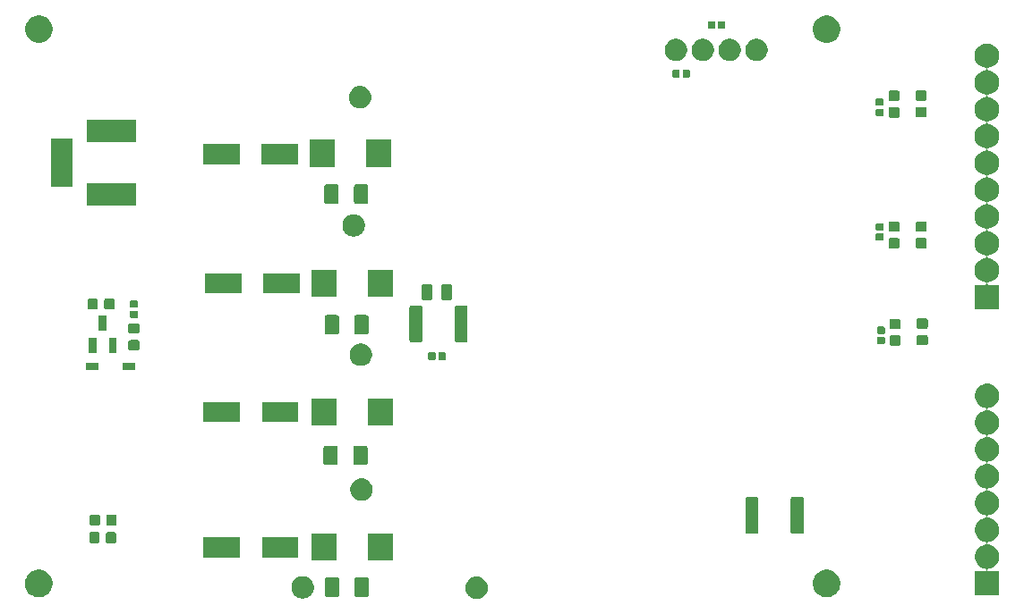
<source format=gbr>
G04 #@! TF.GenerationSoftware,KiCad,Pcbnew,5.1.5-52549c5~84~ubuntu18.04.1*
G04 #@! TF.CreationDate,2019-12-02T09:37:23+01:00*
G04 #@! TF.ProjectId,power_control_ipe_v1,706f7765-725f-4636-9f6e-74726f6c5f69,rev?*
G04 #@! TF.SameCoordinates,Original*
G04 #@! TF.FileFunction,Soldermask,Bot*
G04 #@! TF.FilePolarity,Negative*
%FSLAX46Y46*%
G04 Gerber Fmt 4.6, Leading zero omitted, Abs format (unit mm)*
G04 Created by KiCad (PCBNEW 5.1.5-52549c5~84~ubuntu18.04.1) date 2019-12-02 09:37:23*
%MOMM*%
%LPD*%
G04 APERTURE LIST*
%ADD10C,0.100000*%
G04 APERTURE END LIST*
D10*
G36*
X201665354Y-158035782D02*
G01*
X201733682Y-158049373D01*
X201830227Y-158089364D01*
X201926773Y-158129354D01*
X202100546Y-158245465D01*
X202248335Y-158393254D01*
X202364446Y-158567027D01*
X202364446Y-158567028D01*
X202434072Y-158735118D01*
X202444427Y-158760119D01*
X202485200Y-158965099D01*
X202485200Y-159174101D01*
X202444427Y-159379081D01*
X202364446Y-159572173D01*
X202248335Y-159745946D01*
X202100546Y-159893735D01*
X201926773Y-160009846D01*
X201830227Y-160049836D01*
X201733682Y-160089827D01*
X201665354Y-160103418D01*
X201528701Y-160130600D01*
X201319699Y-160130600D01*
X201183046Y-160103418D01*
X201114718Y-160089827D01*
X201018173Y-160049837D01*
X200921627Y-160009846D01*
X200747854Y-159893735D01*
X200600065Y-159745946D01*
X200483954Y-159572173D01*
X200403973Y-159379081D01*
X200363200Y-159174101D01*
X200363200Y-158965099D01*
X200403973Y-158760119D01*
X200414329Y-158735118D01*
X200483954Y-158567028D01*
X200483954Y-158567027D01*
X200600065Y-158393254D01*
X200747854Y-158245465D01*
X200921627Y-158129354D01*
X201018173Y-158089363D01*
X201114718Y-158049373D01*
X201183046Y-158035782D01*
X201319699Y-158008600D01*
X201528701Y-158008600D01*
X201665354Y-158035782D01*
G37*
G36*
X185204385Y-158008600D02*
G01*
X185283682Y-158024373D01*
X185344037Y-158049373D01*
X185476773Y-158104354D01*
X185650546Y-158220465D01*
X185798335Y-158368254D01*
X185914446Y-158542027D01*
X185994427Y-158735119D01*
X186035200Y-158940099D01*
X186035200Y-159149101D01*
X186030227Y-159174101D01*
X185994427Y-159354082D01*
X185954437Y-159450627D01*
X185914446Y-159547173D01*
X185798335Y-159720946D01*
X185650546Y-159868735D01*
X185476773Y-159984846D01*
X185416417Y-160009846D01*
X185283682Y-160064827D01*
X185215354Y-160078418D01*
X185078701Y-160105600D01*
X184869699Y-160105600D01*
X184733046Y-160078418D01*
X184664718Y-160064827D01*
X184531983Y-160009846D01*
X184471627Y-159984846D01*
X184297854Y-159868735D01*
X184150065Y-159720946D01*
X184033954Y-159547173D01*
X183993963Y-159450627D01*
X183953973Y-159354082D01*
X183918173Y-159174101D01*
X183913200Y-159149101D01*
X183913200Y-158940099D01*
X183953973Y-158735119D01*
X184033954Y-158542027D01*
X184150065Y-158368254D01*
X184297854Y-158220465D01*
X184471627Y-158104354D01*
X184604363Y-158049373D01*
X184664718Y-158024373D01*
X184744015Y-158008600D01*
X184869699Y-157983600D01*
X185078701Y-157983600D01*
X185204385Y-158008600D01*
G37*
G36*
X160378687Y-157418596D02*
G01*
X160597146Y-157509085D01*
X160615455Y-157516669D01*
X160828539Y-157659047D01*
X161009753Y-157840261D01*
X161132773Y-158024373D01*
X161152132Y-158053347D01*
X161250204Y-158290113D01*
X161300200Y-158541461D01*
X161300200Y-158797739D01*
X161250204Y-159049087D01*
X161198422Y-159174099D01*
X161152131Y-159285855D01*
X161009753Y-159498939D01*
X160828539Y-159680153D01*
X160615455Y-159822531D01*
X160615454Y-159822532D01*
X160615453Y-159822532D01*
X160378687Y-159920604D01*
X160127339Y-159970600D01*
X159871061Y-159970600D01*
X159619713Y-159920604D01*
X159382947Y-159822532D01*
X159382946Y-159822532D01*
X159382945Y-159822531D01*
X159169861Y-159680153D01*
X158988647Y-159498939D01*
X158846269Y-159285855D01*
X158799978Y-159174099D01*
X158748196Y-159049087D01*
X158698200Y-158797739D01*
X158698200Y-158541461D01*
X158748196Y-158290113D01*
X158846268Y-158053347D01*
X158865628Y-158024373D01*
X158988647Y-157840261D01*
X159169861Y-157659047D01*
X159382945Y-157516669D01*
X159401254Y-157509085D01*
X159619713Y-157418596D01*
X159871061Y-157368600D01*
X160127339Y-157368600D01*
X160378687Y-157418596D01*
G37*
G36*
X234903687Y-157418596D02*
G01*
X235122146Y-157509085D01*
X235140455Y-157516669D01*
X235353539Y-157659047D01*
X235534753Y-157840261D01*
X235657773Y-158024373D01*
X235677132Y-158053347D01*
X235775204Y-158290113D01*
X235825200Y-158541461D01*
X235825200Y-158797739D01*
X235775204Y-159049087D01*
X235723422Y-159174099D01*
X235677131Y-159285855D01*
X235534753Y-159498939D01*
X235353539Y-159680153D01*
X235140455Y-159822531D01*
X235140454Y-159822532D01*
X235140453Y-159822532D01*
X234903687Y-159920604D01*
X234652339Y-159970600D01*
X234396061Y-159970600D01*
X234144713Y-159920604D01*
X233907947Y-159822532D01*
X233907946Y-159822532D01*
X233907945Y-159822531D01*
X233694861Y-159680153D01*
X233513647Y-159498939D01*
X233371269Y-159285855D01*
X233324978Y-159174099D01*
X233273196Y-159049087D01*
X233223200Y-158797739D01*
X233223200Y-158541461D01*
X233273196Y-158290113D01*
X233371268Y-158053347D01*
X233390628Y-158024373D01*
X233513647Y-157840261D01*
X233694861Y-157659047D01*
X233907945Y-157516669D01*
X233926254Y-157509085D01*
X234144713Y-157418596D01*
X234396061Y-157368600D01*
X234652339Y-157368600D01*
X234903687Y-157418596D01*
G37*
G36*
X191072404Y-158104347D02*
G01*
X191108944Y-158115432D01*
X191142621Y-158133433D01*
X191172141Y-158157659D01*
X191196367Y-158187179D01*
X191214368Y-158220856D01*
X191225453Y-158257396D01*
X191229800Y-158301538D01*
X191229800Y-159750462D01*
X191225453Y-159794604D01*
X191214368Y-159831144D01*
X191196367Y-159864821D01*
X191172141Y-159894341D01*
X191142621Y-159918567D01*
X191108944Y-159936568D01*
X191072404Y-159947653D01*
X191028262Y-159952000D01*
X190079338Y-159952000D01*
X190035196Y-159947653D01*
X189998656Y-159936568D01*
X189964979Y-159918567D01*
X189935459Y-159894341D01*
X189911233Y-159864821D01*
X189893232Y-159831144D01*
X189882147Y-159794604D01*
X189877800Y-159750462D01*
X189877800Y-158301538D01*
X189882147Y-158257396D01*
X189893232Y-158220856D01*
X189911233Y-158187179D01*
X189935459Y-158157659D01*
X189964979Y-158133433D01*
X189998656Y-158115432D01*
X190035196Y-158104347D01*
X190079338Y-158100000D01*
X191028262Y-158100000D01*
X191072404Y-158104347D01*
G37*
G36*
X188272404Y-158104347D02*
G01*
X188308944Y-158115432D01*
X188342621Y-158133433D01*
X188372141Y-158157659D01*
X188396367Y-158187179D01*
X188414368Y-158220856D01*
X188425453Y-158257396D01*
X188429800Y-158301538D01*
X188429800Y-159750462D01*
X188425453Y-159794604D01*
X188414368Y-159831144D01*
X188396367Y-159864821D01*
X188372141Y-159894341D01*
X188342621Y-159918567D01*
X188308944Y-159936568D01*
X188272404Y-159947653D01*
X188228262Y-159952000D01*
X187279338Y-159952000D01*
X187235196Y-159947653D01*
X187198656Y-159936568D01*
X187164979Y-159918567D01*
X187135459Y-159894341D01*
X187111233Y-159864821D01*
X187093232Y-159831144D01*
X187082147Y-159794604D01*
X187077800Y-159750462D01*
X187077800Y-158301538D01*
X187082147Y-158257396D01*
X187093232Y-158220856D01*
X187111233Y-158187179D01*
X187135459Y-158157659D01*
X187164979Y-158133433D01*
X187198656Y-158115432D01*
X187235196Y-158104347D01*
X187279338Y-158100000D01*
X188228262Y-158100000D01*
X188272404Y-158104347D01*
G37*
G36*
X249918749Y-139760716D02*
G01*
X250029934Y-139782832D01*
X250239403Y-139869597D01*
X250427920Y-139995560D01*
X250588240Y-140155880D01*
X250714203Y-140344397D01*
X250800968Y-140553866D01*
X250845200Y-140776236D01*
X250845200Y-141002964D01*
X250800968Y-141225334D01*
X250714203Y-141434803D01*
X250588240Y-141623320D01*
X250427920Y-141783640D01*
X250239403Y-141909603D01*
X250029934Y-141996368D01*
X249902361Y-142021744D01*
X249825648Y-142037003D01*
X249802199Y-142044116D01*
X249780588Y-142055667D01*
X249761646Y-142071212D01*
X249746101Y-142090154D01*
X249734550Y-142111765D01*
X249727437Y-142135214D01*
X249725035Y-142159600D01*
X249727437Y-142183986D01*
X249734550Y-142207435D01*
X249746101Y-142229046D01*
X249761646Y-142247988D01*
X249780588Y-142263533D01*
X249802199Y-142275084D01*
X249825648Y-142282197D01*
X249902361Y-142297456D01*
X250029934Y-142322832D01*
X250239403Y-142409597D01*
X250427920Y-142535560D01*
X250588240Y-142695880D01*
X250714203Y-142884397D01*
X250800968Y-143093866D01*
X250845200Y-143316236D01*
X250845200Y-143542964D01*
X250800968Y-143765334D01*
X250714203Y-143974803D01*
X250588240Y-144163320D01*
X250427920Y-144323640D01*
X250239403Y-144449603D01*
X250029934Y-144536368D01*
X249902361Y-144561744D01*
X249825648Y-144577003D01*
X249802199Y-144584116D01*
X249780588Y-144595667D01*
X249761646Y-144611212D01*
X249746101Y-144630154D01*
X249734550Y-144651765D01*
X249727437Y-144675214D01*
X249725035Y-144699600D01*
X249727437Y-144723986D01*
X249734550Y-144747435D01*
X249746101Y-144769046D01*
X249761646Y-144787988D01*
X249780588Y-144803533D01*
X249802199Y-144815084D01*
X249825648Y-144822197D01*
X249902361Y-144837456D01*
X250029934Y-144862832D01*
X250239403Y-144949597D01*
X250427920Y-145075560D01*
X250588240Y-145235880D01*
X250714203Y-145424397D01*
X250800968Y-145633866D01*
X250845200Y-145856236D01*
X250845200Y-146082964D01*
X250800968Y-146305334D01*
X250714203Y-146514803D01*
X250588240Y-146703320D01*
X250427920Y-146863640D01*
X250239403Y-146989603D01*
X250029934Y-147076368D01*
X249902361Y-147101744D01*
X249825648Y-147117003D01*
X249802199Y-147124116D01*
X249780588Y-147135667D01*
X249761646Y-147151212D01*
X249746101Y-147170154D01*
X249734550Y-147191765D01*
X249727437Y-147215214D01*
X249725035Y-147239600D01*
X249727437Y-147263986D01*
X249734550Y-147287435D01*
X249746101Y-147309046D01*
X249761646Y-147327988D01*
X249780588Y-147343533D01*
X249802199Y-147355084D01*
X249825648Y-147362197D01*
X249879058Y-147372821D01*
X250029934Y-147402832D01*
X250239403Y-147489597D01*
X250427920Y-147615560D01*
X250588240Y-147775880D01*
X250714203Y-147964397D01*
X250800968Y-148173866D01*
X250845200Y-148396236D01*
X250845200Y-148622964D01*
X250800968Y-148845334D01*
X250714203Y-149054803D01*
X250588240Y-149243320D01*
X250427920Y-149403640D01*
X250239403Y-149529603D01*
X250029934Y-149616368D01*
X249902361Y-149641744D01*
X249825648Y-149657003D01*
X249802199Y-149664116D01*
X249780588Y-149675667D01*
X249761646Y-149691212D01*
X249746101Y-149710154D01*
X249734550Y-149731765D01*
X249727437Y-149755214D01*
X249725035Y-149779600D01*
X249727437Y-149803986D01*
X249734550Y-149827435D01*
X249746101Y-149849046D01*
X249761646Y-149867988D01*
X249780588Y-149883533D01*
X249802199Y-149895084D01*
X249825648Y-149902197D01*
X249902361Y-149917456D01*
X250029934Y-149942832D01*
X250239403Y-150029597D01*
X250427920Y-150155560D01*
X250588240Y-150315880D01*
X250707676Y-150494629D01*
X250714204Y-150504399D01*
X250739616Y-150565750D01*
X250800968Y-150713866D01*
X250845200Y-150936236D01*
X250845200Y-151162964D01*
X250800968Y-151385334D01*
X250714203Y-151594803D01*
X250588240Y-151783320D01*
X250427920Y-151943640D01*
X250239403Y-152069603D01*
X250029934Y-152156368D01*
X249974301Y-152167434D01*
X249825648Y-152197003D01*
X249802199Y-152204116D01*
X249780588Y-152215667D01*
X249761646Y-152231212D01*
X249746101Y-152250154D01*
X249734550Y-152271765D01*
X249727437Y-152295214D01*
X249725035Y-152319600D01*
X249727437Y-152343986D01*
X249734550Y-152367435D01*
X249746101Y-152389046D01*
X249761646Y-152407988D01*
X249780588Y-152423533D01*
X249802199Y-152435084D01*
X249825648Y-152442197D01*
X249902361Y-152457456D01*
X250029934Y-152482832D01*
X250239403Y-152569597D01*
X250427920Y-152695560D01*
X250588240Y-152855880D01*
X250714203Y-153044397D01*
X250773810Y-153188300D01*
X250800968Y-153253867D01*
X250845200Y-153476235D01*
X250845200Y-153702965D01*
X250831620Y-153771237D01*
X250800968Y-153925334D01*
X250714203Y-154134803D01*
X250588240Y-154323320D01*
X250427920Y-154483640D01*
X250239403Y-154609603D01*
X250029934Y-154696368D01*
X249941694Y-154713920D01*
X249825648Y-154737003D01*
X249802199Y-154744116D01*
X249780588Y-154755667D01*
X249761646Y-154771212D01*
X249746101Y-154790154D01*
X249734550Y-154811765D01*
X249727437Y-154835214D01*
X249725035Y-154859600D01*
X249727437Y-154883986D01*
X249734550Y-154907435D01*
X249746101Y-154929046D01*
X249761646Y-154947988D01*
X249780588Y-154963533D01*
X249802199Y-154975084D01*
X249825648Y-154982197D01*
X249902361Y-154997456D01*
X250029934Y-155022832D01*
X250239403Y-155109597D01*
X250427920Y-155235560D01*
X250588240Y-155395880D01*
X250714203Y-155584397D01*
X250800968Y-155793866D01*
X250845200Y-156016236D01*
X250845200Y-156242964D01*
X250800968Y-156465334D01*
X250714203Y-156674803D01*
X250588240Y-156863320D01*
X250427920Y-157023640D01*
X250239403Y-157149603D01*
X250029934Y-157236368D01*
X249913392Y-157259550D01*
X249855807Y-157271004D01*
X249832358Y-157278117D01*
X249810747Y-157289668D01*
X249791805Y-157305213D01*
X249776260Y-157324155D01*
X249764709Y-157345766D01*
X249757596Y-157369215D01*
X249755194Y-157393601D01*
X249757596Y-157417987D01*
X249764709Y-157441436D01*
X249776260Y-157463047D01*
X249791805Y-157481989D01*
X249810747Y-157497534D01*
X249832358Y-157509085D01*
X249855807Y-157516198D01*
X249880193Y-157518600D01*
X250845200Y-157518600D01*
X250845200Y-159820600D01*
X248543200Y-159820600D01*
X248543200Y-157518600D01*
X249508207Y-157518600D01*
X249532593Y-157516198D01*
X249556042Y-157509085D01*
X249577653Y-157497534D01*
X249596595Y-157481989D01*
X249612140Y-157463047D01*
X249623691Y-157441436D01*
X249630804Y-157417987D01*
X249633206Y-157393601D01*
X249630804Y-157369215D01*
X249623691Y-157345766D01*
X249612140Y-157324155D01*
X249596595Y-157305213D01*
X249577653Y-157289668D01*
X249556042Y-157278117D01*
X249532593Y-157271004D01*
X249475008Y-157259550D01*
X249358466Y-157236368D01*
X249148997Y-157149603D01*
X248960480Y-157023640D01*
X248800160Y-156863320D01*
X248674197Y-156674803D01*
X248587432Y-156465334D01*
X248543200Y-156242964D01*
X248543200Y-156016236D01*
X248587432Y-155793866D01*
X248674197Y-155584397D01*
X248800160Y-155395880D01*
X248960480Y-155235560D01*
X249148997Y-155109597D01*
X249358466Y-155022832D01*
X249486039Y-154997456D01*
X249562752Y-154982197D01*
X249586201Y-154975084D01*
X249607812Y-154963533D01*
X249626754Y-154947988D01*
X249642299Y-154929046D01*
X249653850Y-154907435D01*
X249660963Y-154883986D01*
X249663365Y-154859600D01*
X249660963Y-154835214D01*
X249653850Y-154811765D01*
X249642299Y-154790154D01*
X249626754Y-154771212D01*
X249607812Y-154755667D01*
X249586201Y-154744116D01*
X249562752Y-154737003D01*
X249446706Y-154713920D01*
X249358466Y-154696368D01*
X249148997Y-154609603D01*
X248960480Y-154483640D01*
X248800160Y-154323320D01*
X248674197Y-154134803D01*
X248587432Y-153925334D01*
X248556780Y-153771237D01*
X248543200Y-153702965D01*
X248543200Y-153476235D01*
X248587432Y-153253867D01*
X248614591Y-153188300D01*
X248674197Y-153044397D01*
X248800160Y-152855880D01*
X248960480Y-152695560D01*
X249148997Y-152569597D01*
X249358466Y-152482832D01*
X249486039Y-152457456D01*
X249562752Y-152442197D01*
X249586201Y-152435084D01*
X249607812Y-152423533D01*
X249626754Y-152407988D01*
X249642299Y-152389046D01*
X249653850Y-152367435D01*
X249660963Y-152343986D01*
X249663365Y-152319600D01*
X249660963Y-152295214D01*
X249653850Y-152271765D01*
X249642299Y-152250154D01*
X249626754Y-152231212D01*
X249607812Y-152215667D01*
X249586201Y-152204116D01*
X249562752Y-152197003D01*
X249414099Y-152167434D01*
X249358466Y-152156368D01*
X249148997Y-152069603D01*
X248960480Y-151943640D01*
X248800160Y-151783320D01*
X248674197Y-151594803D01*
X248587432Y-151385334D01*
X248543200Y-151162964D01*
X248543200Y-150936236D01*
X248587432Y-150713866D01*
X248648784Y-150565750D01*
X248674196Y-150504399D01*
X248680724Y-150494629D01*
X248800160Y-150315880D01*
X248960480Y-150155560D01*
X249148997Y-150029597D01*
X249358466Y-149942832D01*
X249486039Y-149917456D01*
X249562752Y-149902197D01*
X249586201Y-149895084D01*
X249607812Y-149883533D01*
X249626754Y-149867988D01*
X249642299Y-149849046D01*
X249653850Y-149827435D01*
X249660963Y-149803986D01*
X249663365Y-149779600D01*
X249660963Y-149755214D01*
X249653850Y-149731765D01*
X249642299Y-149710154D01*
X249626754Y-149691212D01*
X249607812Y-149675667D01*
X249586201Y-149664116D01*
X249562752Y-149657003D01*
X249486039Y-149641744D01*
X249358466Y-149616368D01*
X249148997Y-149529603D01*
X248960480Y-149403640D01*
X248800160Y-149243320D01*
X248674197Y-149054803D01*
X248587432Y-148845334D01*
X248543200Y-148622964D01*
X248543200Y-148396236D01*
X248587432Y-148173866D01*
X248674197Y-147964397D01*
X248800160Y-147775880D01*
X248960480Y-147615560D01*
X249148997Y-147489597D01*
X249358466Y-147402832D01*
X249509342Y-147372821D01*
X249562752Y-147362197D01*
X249586201Y-147355084D01*
X249607812Y-147343533D01*
X249626754Y-147327988D01*
X249642299Y-147309046D01*
X249653850Y-147287435D01*
X249660963Y-147263986D01*
X249663365Y-147239600D01*
X249660963Y-147215214D01*
X249653850Y-147191765D01*
X249642299Y-147170154D01*
X249626754Y-147151212D01*
X249607812Y-147135667D01*
X249586201Y-147124116D01*
X249562752Y-147117003D01*
X249486039Y-147101744D01*
X249358466Y-147076368D01*
X249148997Y-146989603D01*
X248960480Y-146863640D01*
X248800160Y-146703320D01*
X248674197Y-146514803D01*
X248587432Y-146305334D01*
X248543200Y-146082964D01*
X248543200Y-145856236D01*
X248587432Y-145633866D01*
X248674197Y-145424397D01*
X248800160Y-145235880D01*
X248960480Y-145075560D01*
X249148997Y-144949597D01*
X249358466Y-144862832D01*
X249486039Y-144837456D01*
X249562752Y-144822197D01*
X249586201Y-144815084D01*
X249607812Y-144803533D01*
X249626754Y-144787988D01*
X249642299Y-144769046D01*
X249653850Y-144747435D01*
X249660963Y-144723986D01*
X249663365Y-144699600D01*
X249660963Y-144675214D01*
X249653850Y-144651765D01*
X249642299Y-144630154D01*
X249626754Y-144611212D01*
X249607812Y-144595667D01*
X249586201Y-144584116D01*
X249562752Y-144577003D01*
X249486039Y-144561744D01*
X249358466Y-144536368D01*
X249148997Y-144449603D01*
X248960480Y-144323640D01*
X248800160Y-144163320D01*
X248674197Y-143974803D01*
X248587432Y-143765334D01*
X248543200Y-143542964D01*
X248543200Y-143316236D01*
X248587432Y-143093866D01*
X248674197Y-142884397D01*
X248800160Y-142695880D01*
X248960480Y-142535560D01*
X249148997Y-142409597D01*
X249358466Y-142322832D01*
X249486039Y-142297456D01*
X249562752Y-142282197D01*
X249586201Y-142275084D01*
X249607812Y-142263533D01*
X249626754Y-142247988D01*
X249642299Y-142229046D01*
X249653850Y-142207435D01*
X249660963Y-142183986D01*
X249663365Y-142159600D01*
X249660963Y-142135214D01*
X249653850Y-142111765D01*
X249642299Y-142090154D01*
X249626754Y-142071212D01*
X249607812Y-142055667D01*
X249586201Y-142044116D01*
X249562752Y-142037003D01*
X249486039Y-142021744D01*
X249358466Y-141996368D01*
X249148997Y-141909603D01*
X248960480Y-141783640D01*
X248800160Y-141623320D01*
X248674197Y-141434803D01*
X248587432Y-141225334D01*
X248543200Y-141002964D01*
X248543200Y-140776236D01*
X248587432Y-140553866D01*
X248674197Y-140344397D01*
X248800160Y-140155880D01*
X248960480Y-139995560D01*
X249148997Y-139869597D01*
X249358466Y-139782832D01*
X249469651Y-139760716D01*
X249580835Y-139738600D01*
X249807565Y-139738600D01*
X249918749Y-139760716D01*
G37*
G36*
X188205500Y-156511600D02*
G01*
X185842900Y-156511600D01*
X185842900Y-153920400D01*
X188205500Y-153920400D01*
X188205500Y-156511600D01*
G37*
G36*
X193539500Y-156511600D02*
G01*
X191176900Y-156511600D01*
X191176900Y-153920400D01*
X193539500Y-153920400D01*
X193539500Y-156511600D01*
G37*
G36*
X179006700Y-156214900D02*
G01*
X175602700Y-156214900D01*
X175602700Y-154309500D01*
X179006700Y-154309500D01*
X179006700Y-156214900D01*
G37*
G36*
X184518500Y-156214900D02*
G01*
X181114500Y-156214900D01*
X181114500Y-154309500D01*
X184518500Y-154309500D01*
X184518500Y-156214900D01*
G37*
G36*
X167189991Y-153816785D02*
G01*
X167223969Y-153827093D01*
X167255290Y-153843834D01*
X167282739Y-153866361D01*
X167305266Y-153893810D01*
X167322007Y-153925131D01*
X167332315Y-153959109D01*
X167336400Y-154000590D01*
X167336400Y-154676810D01*
X167332315Y-154718291D01*
X167322007Y-154752269D01*
X167305266Y-154783590D01*
X167282739Y-154811039D01*
X167255290Y-154833566D01*
X167223969Y-154850307D01*
X167189991Y-154860615D01*
X167148510Y-154864700D01*
X166547290Y-154864700D01*
X166505809Y-154860615D01*
X166471831Y-154850307D01*
X166440510Y-154833566D01*
X166413061Y-154811039D01*
X166390534Y-154783590D01*
X166373793Y-154752269D01*
X166363485Y-154718291D01*
X166359400Y-154676810D01*
X166359400Y-154000590D01*
X166363485Y-153959109D01*
X166373793Y-153925131D01*
X166390534Y-153893810D01*
X166413061Y-153866361D01*
X166440510Y-153843834D01*
X166471831Y-153827093D01*
X166505809Y-153816785D01*
X166547290Y-153812700D01*
X167148510Y-153812700D01*
X167189991Y-153816785D01*
G37*
G36*
X165614991Y-153816785D02*
G01*
X165648969Y-153827093D01*
X165680290Y-153843834D01*
X165707739Y-153866361D01*
X165730266Y-153893810D01*
X165747007Y-153925131D01*
X165757315Y-153959109D01*
X165761400Y-154000590D01*
X165761400Y-154676810D01*
X165757315Y-154718291D01*
X165747007Y-154752269D01*
X165730266Y-154783590D01*
X165707739Y-154811039D01*
X165680290Y-154833566D01*
X165648969Y-154850307D01*
X165614991Y-154860615D01*
X165573510Y-154864700D01*
X164972290Y-154864700D01*
X164930809Y-154860615D01*
X164896831Y-154850307D01*
X164865510Y-154833566D01*
X164838061Y-154811039D01*
X164815534Y-154783590D01*
X164798793Y-154752269D01*
X164788485Y-154718291D01*
X164784400Y-154676810D01*
X164784400Y-154000590D01*
X164788485Y-153959109D01*
X164798793Y-153925131D01*
X164815534Y-153893810D01*
X164838061Y-153866361D01*
X164865510Y-153843834D01*
X164896831Y-153827093D01*
X164930809Y-153816785D01*
X164972290Y-153812700D01*
X165573510Y-153812700D01*
X165614991Y-153816785D01*
G37*
G36*
X232201507Y-150483098D02*
G01*
X232239518Y-150494629D01*
X232274542Y-150513349D01*
X232305249Y-150538551D01*
X232330451Y-150569258D01*
X232349171Y-150604282D01*
X232360702Y-150642293D01*
X232365200Y-150687963D01*
X232365200Y-153771237D01*
X232360702Y-153816907D01*
X232349171Y-153854918D01*
X232330451Y-153889942D01*
X232305249Y-153920649D01*
X232274542Y-153945851D01*
X232239518Y-153964571D01*
X232201507Y-153976102D01*
X232155837Y-153980600D01*
X231347563Y-153980600D01*
X231301893Y-153976102D01*
X231263882Y-153964571D01*
X231228858Y-153945851D01*
X231198151Y-153920649D01*
X231172949Y-153889942D01*
X231154229Y-153854918D01*
X231142698Y-153816907D01*
X231138200Y-153771237D01*
X231138200Y-150687963D01*
X231142698Y-150642293D01*
X231154229Y-150604282D01*
X231172949Y-150569258D01*
X231198151Y-150538551D01*
X231228858Y-150513349D01*
X231263882Y-150494629D01*
X231301893Y-150483098D01*
X231347563Y-150478600D01*
X232155837Y-150478600D01*
X232201507Y-150483098D01*
G37*
G36*
X227926507Y-150483098D02*
G01*
X227964518Y-150494629D01*
X227999542Y-150513349D01*
X228030249Y-150538551D01*
X228055451Y-150569258D01*
X228074171Y-150604282D01*
X228085702Y-150642293D01*
X228090200Y-150687963D01*
X228090200Y-153771237D01*
X228085702Y-153816907D01*
X228074171Y-153854918D01*
X228055451Y-153889942D01*
X228030249Y-153920649D01*
X227999542Y-153945851D01*
X227964518Y-153964571D01*
X227926507Y-153976102D01*
X227880837Y-153980600D01*
X227072563Y-153980600D01*
X227026893Y-153976102D01*
X226988882Y-153964571D01*
X226953858Y-153945851D01*
X226923151Y-153920649D01*
X226897949Y-153889942D01*
X226879229Y-153854918D01*
X226867698Y-153816907D01*
X226863200Y-153771237D01*
X226863200Y-150687963D01*
X226867698Y-150642293D01*
X226879229Y-150604282D01*
X226897949Y-150569258D01*
X226923151Y-150538551D01*
X226953858Y-150513349D01*
X226988882Y-150494629D01*
X227026893Y-150483098D01*
X227072563Y-150478600D01*
X227880837Y-150478600D01*
X227926507Y-150483098D01*
G37*
G36*
X165640391Y-152140385D02*
G01*
X165674369Y-152150693D01*
X165705690Y-152167434D01*
X165733139Y-152189961D01*
X165755666Y-152217410D01*
X165772407Y-152248731D01*
X165782715Y-152282709D01*
X165786800Y-152324190D01*
X165786800Y-153000410D01*
X165782715Y-153041891D01*
X165772407Y-153075869D01*
X165755666Y-153107190D01*
X165733139Y-153134639D01*
X165705690Y-153157166D01*
X165674369Y-153173907D01*
X165640391Y-153184215D01*
X165598910Y-153188300D01*
X164997690Y-153188300D01*
X164956209Y-153184215D01*
X164922231Y-153173907D01*
X164890910Y-153157166D01*
X164863461Y-153134639D01*
X164840934Y-153107190D01*
X164824193Y-153075869D01*
X164813885Y-153041891D01*
X164809800Y-153000410D01*
X164809800Y-152324190D01*
X164813885Y-152282709D01*
X164824193Y-152248731D01*
X164840934Y-152217410D01*
X164863461Y-152189961D01*
X164890910Y-152167434D01*
X164922231Y-152150693D01*
X164956209Y-152140385D01*
X164997690Y-152136300D01*
X165598910Y-152136300D01*
X165640391Y-152140385D01*
G37*
G36*
X167215391Y-152140385D02*
G01*
X167249369Y-152150693D01*
X167280690Y-152167434D01*
X167308139Y-152189961D01*
X167330666Y-152217410D01*
X167347407Y-152248731D01*
X167357715Y-152282709D01*
X167361800Y-152324190D01*
X167361800Y-153000410D01*
X167357715Y-153041891D01*
X167347407Y-153075869D01*
X167330666Y-153107190D01*
X167308139Y-153134639D01*
X167280690Y-153157166D01*
X167249369Y-153173907D01*
X167215391Y-153184215D01*
X167173910Y-153188300D01*
X166572690Y-153188300D01*
X166531209Y-153184215D01*
X166497231Y-153173907D01*
X166465910Y-153157166D01*
X166438461Y-153134639D01*
X166415934Y-153107190D01*
X166399193Y-153075869D01*
X166388885Y-153041891D01*
X166384800Y-153000410D01*
X166384800Y-152324190D01*
X166388885Y-152282709D01*
X166399193Y-152248731D01*
X166415934Y-152217410D01*
X166438461Y-152189961D01*
X166465910Y-152167434D01*
X166497231Y-152150693D01*
X166531209Y-152140385D01*
X166572690Y-152136300D01*
X167173910Y-152136300D01*
X167215391Y-152140385D01*
G37*
G36*
X190765354Y-148735782D02*
G01*
X190833682Y-148749373D01*
X190930227Y-148789364D01*
X191026773Y-148829354D01*
X191200546Y-148945465D01*
X191348335Y-149093254D01*
X191464446Y-149267027D01*
X191544427Y-149460119D01*
X191585200Y-149665099D01*
X191585200Y-149874101D01*
X191558018Y-150010754D01*
X191544427Y-150079082D01*
X191504437Y-150175627D01*
X191464446Y-150272173D01*
X191348335Y-150445946D01*
X191200546Y-150593735D01*
X191026773Y-150709846D01*
X191017065Y-150713867D01*
X190833682Y-150789827D01*
X190765354Y-150803418D01*
X190628701Y-150830600D01*
X190419699Y-150830600D01*
X190283046Y-150803418D01*
X190214718Y-150789827D01*
X190031335Y-150713867D01*
X190021627Y-150709846D01*
X189847854Y-150593735D01*
X189700065Y-150445946D01*
X189583954Y-150272173D01*
X189543963Y-150175627D01*
X189503973Y-150079082D01*
X189490382Y-150010754D01*
X189463200Y-149874101D01*
X189463200Y-149665099D01*
X189503973Y-149460119D01*
X189583954Y-149267027D01*
X189700065Y-149093254D01*
X189847854Y-148945465D01*
X190021627Y-148829354D01*
X190118173Y-148789364D01*
X190214718Y-148749373D01*
X190283046Y-148735782D01*
X190419699Y-148708600D01*
X190628701Y-148708600D01*
X190765354Y-148735782D01*
G37*
G36*
X190942804Y-145612347D02*
G01*
X190979344Y-145623432D01*
X191013021Y-145641433D01*
X191042541Y-145665659D01*
X191066767Y-145695179D01*
X191084768Y-145728856D01*
X191095853Y-145765396D01*
X191100200Y-145809538D01*
X191100200Y-147258462D01*
X191095853Y-147302604D01*
X191084768Y-147339144D01*
X191066767Y-147372821D01*
X191042541Y-147402341D01*
X191013021Y-147426567D01*
X190979344Y-147444568D01*
X190942804Y-147455653D01*
X190898662Y-147460000D01*
X189949738Y-147460000D01*
X189905596Y-147455653D01*
X189869056Y-147444568D01*
X189835379Y-147426567D01*
X189805859Y-147402341D01*
X189781633Y-147372821D01*
X189763632Y-147339144D01*
X189752547Y-147302604D01*
X189748200Y-147258462D01*
X189748200Y-145809538D01*
X189752547Y-145765396D01*
X189763632Y-145728856D01*
X189781633Y-145695179D01*
X189805859Y-145665659D01*
X189835379Y-145641433D01*
X189869056Y-145623432D01*
X189905596Y-145612347D01*
X189949738Y-145608000D01*
X190898662Y-145608000D01*
X190942804Y-145612347D01*
G37*
G36*
X188142804Y-145612347D02*
G01*
X188179344Y-145623432D01*
X188213021Y-145641433D01*
X188242541Y-145665659D01*
X188266767Y-145695179D01*
X188284768Y-145728856D01*
X188295853Y-145765396D01*
X188300200Y-145809538D01*
X188300200Y-147258462D01*
X188295853Y-147302604D01*
X188284768Y-147339144D01*
X188266767Y-147372821D01*
X188242541Y-147402341D01*
X188213021Y-147426567D01*
X188179344Y-147444568D01*
X188142804Y-147455653D01*
X188098662Y-147460000D01*
X187149738Y-147460000D01*
X187105596Y-147455653D01*
X187069056Y-147444568D01*
X187035379Y-147426567D01*
X187005859Y-147402341D01*
X186981633Y-147372821D01*
X186963632Y-147339144D01*
X186952547Y-147302604D01*
X186948200Y-147258462D01*
X186948200Y-145809538D01*
X186952547Y-145765396D01*
X186963632Y-145728856D01*
X186981633Y-145695179D01*
X187005859Y-145665659D01*
X187035379Y-145641433D01*
X187069056Y-145623432D01*
X187105596Y-145612347D01*
X187149738Y-145608000D01*
X188098662Y-145608000D01*
X188142804Y-145612347D01*
G37*
G36*
X193539500Y-143715200D02*
G01*
X191176900Y-143715200D01*
X191176900Y-141124000D01*
X193539500Y-141124000D01*
X193539500Y-143715200D01*
G37*
G36*
X188205500Y-143715200D02*
G01*
X185842900Y-143715200D01*
X185842900Y-141124000D01*
X188205500Y-141124000D01*
X188205500Y-143715200D01*
G37*
G36*
X179006700Y-143397300D02*
G01*
X175602700Y-143397300D01*
X175602700Y-141491900D01*
X179006700Y-141491900D01*
X179006700Y-143397300D01*
G37*
G36*
X184518500Y-143397300D02*
G01*
X181114500Y-143397300D01*
X181114500Y-141491900D01*
X184518500Y-141491900D01*
X184518500Y-143397300D01*
G37*
G36*
X169131600Y-138451400D02*
G01*
X167918400Y-138451400D01*
X167918400Y-137748600D01*
X169131600Y-137748600D01*
X169131600Y-138451400D01*
G37*
G36*
X165681600Y-138451400D02*
G01*
X164468400Y-138451400D01*
X164468400Y-137748600D01*
X165681600Y-137748600D01*
X165681600Y-138451400D01*
G37*
G36*
X190699910Y-135957710D02*
G01*
X190783682Y-135974373D01*
X190846999Y-136000600D01*
X190976773Y-136054354D01*
X191150546Y-136170465D01*
X191298335Y-136318254D01*
X191414446Y-136492027D01*
X191494427Y-136685119D01*
X191535200Y-136890099D01*
X191535200Y-137099101D01*
X191494427Y-137304081D01*
X191414446Y-137497173D01*
X191298335Y-137670946D01*
X191150546Y-137818735D01*
X190976773Y-137934846D01*
X190880227Y-137974836D01*
X190783682Y-138014827D01*
X190715354Y-138028418D01*
X190578701Y-138055600D01*
X190369699Y-138055600D01*
X190233046Y-138028418D01*
X190164718Y-138014827D01*
X190068173Y-137974836D01*
X189971627Y-137934846D01*
X189797854Y-137818735D01*
X189650065Y-137670946D01*
X189533954Y-137497173D01*
X189453973Y-137304081D01*
X189413200Y-137099101D01*
X189413200Y-136890099D01*
X189453973Y-136685119D01*
X189533954Y-136492027D01*
X189650065Y-136318254D01*
X189797854Y-136170465D01*
X189971627Y-136054354D01*
X190101401Y-136000600D01*
X190164718Y-135974373D01*
X190248490Y-135957710D01*
X190369699Y-135933600D01*
X190578701Y-135933600D01*
X190699910Y-135957710D01*
G37*
G36*
X197446138Y-136771316D02*
G01*
X197466757Y-136777571D01*
X197485753Y-136787724D01*
X197502408Y-136801392D01*
X197516076Y-136818047D01*
X197526229Y-136837043D01*
X197532484Y-136857662D01*
X197535200Y-136885240D01*
X197535200Y-137393960D01*
X197532484Y-137421538D01*
X197526229Y-137442157D01*
X197516076Y-137461153D01*
X197502408Y-137477808D01*
X197485753Y-137491476D01*
X197466757Y-137501629D01*
X197446138Y-137507884D01*
X197418560Y-137510600D01*
X196959840Y-137510600D01*
X196932262Y-137507884D01*
X196911643Y-137501629D01*
X196892647Y-137491476D01*
X196875992Y-137477808D01*
X196862324Y-137461153D01*
X196852171Y-137442157D01*
X196845916Y-137421538D01*
X196843200Y-137393960D01*
X196843200Y-136885240D01*
X196845916Y-136857662D01*
X196852171Y-136837043D01*
X196862324Y-136818047D01*
X196875992Y-136801392D01*
X196892647Y-136787724D01*
X196911643Y-136777571D01*
X196932262Y-136771316D01*
X196959840Y-136768600D01*
X197418560Y-136768600D01*
X197446138Y-136771316D01*
G37*
G36*
X198416138Y-136771316D02*
G01*
X198436757Y-136777571D01*
X198455753Y-136787724D01*
X198472408Y-136801392D01*
X198486076Y-136818047D01*
X198496229Y-136837043D01*
X198502484Y-136857662D01*
X198505200Y-136885240D01*
X198505200Y-137393960D01*
X198502484Y-137421538D01*
X198496229Y-137442157D01*
X198486076Y-137461153D01*
X198472408Y-137477808D01*
X198455753Y-137491476D01*
X198436757Y-137501629D01*
X198416138Y-137507884D01*
X198388560Y-137510600D01*
X197929840Y-137510600D01*
X197902262Y-137507884D01*
X197881643Y-137501629D01*
X197862647Y-137491476D01*
X197845992Y-137477808D01*
X197832324Y-137461153D01*
X197822171Y-137442157D01*
X197815916Y-137421538D01*
X197813200Y-137393960D01*
X197813200Y-136885240D01*
X197815916Y-136857662D01*
X197822171Y-136837043D01*
X197832324Y-136818047D01*
X197845992Y-136801392D01*
X197862647Y-136787724D01*
X197881643Y-136777571D01*
X197902262Y-136771316D01*
X197929840Y-136768600D01*
X198388560Y-136768600D01*
X198416138Y-136771316D01*
G37*
G36*
X165470000Y-136820000D02*
G01*
X164730000Y-136820000D01*
X164730000Y-135380000D01*
X165470000Y-135380000D01*
X165470000Y-136820000D01*
G37*
G36*
X167370000Y-136820000D02*
G01*
X166630000Y-136820000D01*
X166630000Y-135380000D01*
X167370000Y-135380000D01*
X167370000Y-136820000D01*
G37*
G36*
X169379591Y-135615585D02*
G01*
X169413569Y-135625893D01*
X169444890Y-135642634D01*
X169472339Y-135665161D01*
X169494866Y-135692610D01*
X169511607Y-135723931D01*
X169521915Y-135757909D01*
X169526000Y-135799390D01*
X169526000Y-136400610D01*
X169521915Y-136442091D01*
X169511607Y-136476069D01*
X169494866Y-136507390D01*
X169472339Y-136534839D01*
X169444890Y-136557366D01*
X169413569Y-136574107D01*
X169379591Y-136584415D01*
X169338110Y-136588500D01*
X168661890Y-136588500D01*
X168620409Y-136584415D01*
X168586431Y-136574107D01*
X168555110Y-136557366D01*
X168527661Y-136534839D01*
X168505134Y-136507390D01*
X168488393Y-136476069D01*
X168478085Y-136442091D01*
X168474000Y-136400610D01*
X168474000Y-135799390D01*
X168478085Y-135757909D01*
X168488393Y-135723931D01*
X168505134Y-135692610D01*
X168527661Y-135665161D01*
X168555110Y-135642634D01*
X168586431Y-135625893D01*
X168620409Y-135615585D01*
X168661890Y-135611500D01*
X169338110Y-135611500D01*
X169379591Y-135615585D01*
G37*
G36*
X241373791Y-135172685D02*
G01*
X241407769Y-135182993D01*
X241439090Y-135199734D01*
X241466539Y-135222261D01*
X241489066Y-135249710D01*
X241505807Y-135281031D01*
X241516115Y-135315009D01*
X241520200Y-135356490D01*
X241520200Y-135957710D01*
X241516115Y-135999191D01*
X241505807Y-136033169D01*
X241489066Y-136064490D01*
X241466539Y-136091939D01*
X241439090Y-136114466D01*
X241407769Y-136131207D01*
X241373791Y-136141515D01*
X241332310Y-136145600D01*
X240656090Y-136145600D01*
X240614609Y-136141515D01*
X240580631Y-136131207D01*
X240549310Y-136114466D01*
X240521861Y-136091939D01*
X240499334Y-136064490D01*
X240482593Y-136033169D01*
X240472285Y-135999191D01*
X240468200Y-135957710D01*
X240468200Y-135356490D01*
X240472285Y-135315009D01*
X240482593Y-135281031D01*
X240499334Y-135249710D01*
X240521861Y-135222261D01*
X240549310Y-135199734D01*
X240580631Y-135182993D01*
X240614609Y-135172685D01*
X240656090Y-135168600D01*
X241332310Y-135168600D01*
X241373791Y-135172685D01*
G37*
G36*
X243953791Y-135142685D02*
G01*
X243987769Y-135152993D01*
X244019090Y-135169734D01*
X244046539Y-135192261D01*
X244069066Y-135219710D01*
X244085807Y-135251031D01*
X244096115Y-135285009D01*
X244100200Y-135326490D01*
X244100200Y-135927710D01*
X244096115Y-135969191D01*
X244085807Y-136003169D01*
X244069066Y-136034490D01*
X244046539Y-136061939D01*
X244019090Y-136084466D01*
X243987769Y-136101207D01*
X243953791Y-136111515D01*
X243912310Y-136115600D01*
X243236090Y-136115600D01*
X243194609Y-136111515D01*
X243160631Y-136101207D01*
X243129310Y-136084466D01*
X243101861Y-136061939D01*
X243079334Y-136034490D01*
X243062593Y-136003169D01*
X243052285Y-135969191D01*
X243048200Y-135927710D01*
X243048200Y-135326490D01*
X243052285Y-135285009D01*
X243062593Y-135251031D01*
X243079334Y-135219710D01*
X243101861Y-135192261D01*
X243129310Y-135169734D01*
X243160631Y-135152993D01*
X243194609Y-135142685D01*
X243236090Y-135138600D01*
X243912310Y-135138600D01*
X243953791Y-135142685D01*
G37*
G36*
X239946138Y-135311316D02*
G01*
X239966757Y-135317571D01*
X239985753Y-135327724D01*
X240002408Y-135341392D01*
X240016076Y-135358047D01*
X240026229Y-135377043D01*
X240032484Y-135397662D01*
X240035200Y-135425240D01*
X240035200Y-135883960D01*
X240032484Y-135911538D01*
X240026229Y-135932157D01*
X240016076Y-135951153D01*
X240002408Y-135967808D01*
X239985753Y-135981476D01*
X239966757Y-135991629D01*
X239946138Y-135997884D01*
X239918560Y-136000600D01*
X239409840Y-136000600D01*
X239382262Y-135997884D01*
X239361643Y-135991629D01*
X239342647Y-135981476D01*
X239325992Y-135967808D01*
X239312324Y-135951153D01*
X239302171Y-135932157D01*
X239295916Y-135911538D01*
X239293200Y-135883960D01*
X239293200Y-135425240D01*
X239295916Y-135397662D01*
X239302171Y-135377043D01*
X239312324Y-135358047D01*
X239325992Y-135341392D01*
X239342647Y-135327724D01*
X239361643Y-135317571D01*
X239382262Y-135311316D01*
X239409840Y-135308600D01*
X239918560Y-135308600D01*
X239946138Y-135311316D01*
G37*
G36*
X200411507Y-132323098D02*
G01*
X200449518Y-132334629D01*
X200484542Y-132353349D01*
X200515249Y-132378551D01*
X200540451Y-132409258D01*
X200559171Y-132444282D01*
X200570702Y-132482293D01*
X200575200Y-132527963D01*
X200575200Y-135611237D01*
X200570702Y-135656907D01*
X200559171Y-135694918D01*
X200540451Y-135729942D01*
X200515249Y-135760649D01*
X200484542Y-135785851D01*
X200449518Y-135804571D01*
X200411507Y-135816102D01*
X200365837Y-135820600D01*
X199557563Y-135820600D01*
X199511893Y-135816102D01*
X199473882Y-135804571D01*
X199438858Y-135785851D01*
X199408151Y-135760649D01*
X199382949Y-135729942D01*
X199364229Y-135694918D01*
X199352698Y-135656907D01*
X199348200Y-135611237D01*
X199348200Y-132527963D01*
X199352698Y-132482293D01*
X199364229Y-132444282D01*
X199382949Y-132409258D01*
X199408151Y-132378551D01*
X199438858Y-132353349D01*
X199473882Y-132334629D01*
X199511893Y-132323098D01*
X199557563Y-132318600D01*
X200365837Y-132318600D01*
X200411507Y-132323098D01*
G37*
G36*
X196136507Y-132323098D02*
G01*
X196174518Y-132334629D01*
X196209542Y-132353349D01*
X196240249Y-132378551D01*
X196265451Y-132409258D01*
X196284171Y-132444282D01*
X196295702Y-132482293D01*
X196300200Y-132527963D01*
X196300200Y-135611237D01*
X196295702Y-135656907D01*
X196284171Y-135694918D01*
X196265451Y-135729942D01*
X196240249Y-135760649D01*
X196209542Y-135785851D01*
X196174518Y-135804571D01*
X196136507Y-135816102D01*
X196090837Y-135820600D01*
X195282563Y-135820600D01*
X195236893Y-135816102D01*
X195198882Y-135804571D01*
X195163858Y-135785851D01*
X195133151Y-135760649D01*
X195107949Y-135729942D01*
X195089229Y-135694918D01*
X195077698Y-135656907D01*
X195073200Y-135611237D01*
X195073200Y-132527963D01*
X195077698Y-132482293D01*
X195089229Y-132444282D01*
X195107949Y-132409258D01*
X195133151Y-132378551D01*
X195163858Y-132353349D01*
X195198882Y-132334629D01*
X195236893Y-132323098D01*
X195282563Y-132318600D01*
X196090837Y-132318600D01*
X196136507Y-132323098D01*
G37*
G36*
X191042804Y-133247947D02*
G01*
X191079344Y-133259032D01*
X191113021Y-133277033D01*
X191142541Y-133301259D01*
X191166767Y-133330779D01*
X191184768Y-133364456D01*
X191195853Y-133400996D01*
X191200200Y-133445138D01*
X191200200Y-134894062D01*
X191195853Y-134938204D01*
X191184768Y-134974744D01*
X191166767Y-135008421D01*
X191142541Y-135037941D01*
X191113021Y-135062167D01*
X191079344Y-135080168D01*
X191042804Y-135091253D01*
X190998662Y-135095600D01*
X190049738Y-135095600D01*
X190005596Y-135091253D01*
X189969056Y-135080168D01*
X189935379Y-135062167D01*
X189905859Y-135037941D01*
X189881633Y-135008421D01*
X189863632Y-134974744D01*
X189852547Y-134938204D01*
X189848200Y-134894062D01*
X189848200Y-133445138D01*
X189852547Y-133400996D01*
X189863632Y-133364456D01*
X189881633Y-133330779D01*
X189905859Y-133301259D01*
X189935379Y-133277033D01*
X189969056Y-133259032D01*
X190005596Y-133247947D01*
X190049738Y-133243600D01*
X190998662Y-133243600D01*
X191042804Y-133247947D01*
G37*
G36*
X188242804Y-133247947D02*
G01*
X188279344Y-133259032D01*
X188313021Y-133277033D01*
X188342541Y-133301259D01*
X188366767Y-133330779D01*
X188384768Y-133364456D01*
X188395853Y-133400996D01*
X188400200Y-133445138D01*
X188400200Y-134894062D01*
X188395853Y-134938204D01*
X188384768Y-134974744D01*
X188366767Y-135008421D01*
X188342541Y-135037941D01*
X188313021Y-135062167D01*
X188279344Y-135080168D01*
X188242804Y-135091253D01*
X188198662Y-135095600D01*
X187249738Y-135095600D01*
X187205596Y-135091253D01*
X187169056Y-135080168D01*
X187135379Y-135062167D01*
X187105859Y-135037941D01*
X187081633Y-135008421D01*
X187063632Y-134974744D01*
X187052547Y-134938204D01*
X187048200Y-134894062D01*
X187048200Y-133445138D01*
X187052547Y-133400996D01*
X187063632Y-133364456D01*
X187081633Y-133330779D01*
X187105859Y-133301259D01*
X187135379Y-133277033D01*
X187169056Y-133259032D01*
X187205596Y-133247947D01*
X187249738Y-133243600D01*
X188198662Y-133243600D01*
X188242804Y-133247947D01*
G37*
G36*
X239946138Y-134341316D02*
G01*
X239966757Y-134347571D01*
X239985753Y-134357724D01*
X240002408Y-134371392D01*
X240016076Y-134388047D01*
X240026229Y-134407043D01*
X240032484Y-134427662D01*
X240035200Y-134455240D01*
X240035200Y-134913960D01*
X240032484Y-134941538D01*
X240026229Y-134962157D01*
X240016076Y-134981153D01*
X240002408Y-134997808D01*
X239985753Y-135011476D01*
X239966757Y-135021629D01*
X239946138Y-135027884D01*
X239918560Y-135030600D01*
X239409840Y-135030600D01*
X239382262Y-135027884D01*
X239361643Y-135021629D01*
X239342647Y-135011476D01*
X239325992Y-134997808D01*
X239312324Y-134981153D01*
X239302171Y-134962157D01*
X239295916Y-134941538D01*
X239293200Y-134913960D01*
X239293200Y-134455240D01*
X239295916Y-134427662D01*
X239302171Y-134407043D01*
X239312324Y-134388047D01*
X239325992Y-134371392D01*
X239342647Y-134357724D01*
X239361643Y-134347571D01*
X239382262Y-134341316D01*
X239409840Y-134338600D01*
X239918560Y-134338600D01*
X239946138Y-134341316D01*
G37*
G36*
X169379591Y-134040585D02*
G01*
X169413569Y-134050893D01*
X169444890Y-134067634D01*
X169472339Y-134090161D01*
X169494866Y-134117610D01*
X169511607Y-134148931D01*
X169521915Y-134182909D01*
X169526000Y-134224390D01*
X169526000Y-134825610D01*
X169521915Y-134867091D01*
X169511607Y-134901069D01*
X169494866Y-134932390D01*
X169472339Y-134959839D01*
X169444890Y-134982366D01*
X169413569Y-134999107D01*
X169379591Y-135009415D01*
X169338110Y-135013500D01*
X168661890Y-135013500D01*
X168620409Y-135009415D01*
X168586431Y-134999107D01*
X168555110Y-134982366D01*
X168527661Y-134959839D01*
X168505134Y-134932390D01*
X168488393Y-134901069D01*
X168478085Y-134867091D01*
X168474000Y-134825610D01*
X168474000Y-134224390D01*
X168478085Y-134182909D01*
X168488393Y-134148931D01*
X168505134Y-134117610D01*
X168527661Y-134090161D01*
X168555110Y-134067634D01*
X168586431Y-134050893D01*
X168620409Y-134040585D01*
X168661890Y-134036500D01*
X169338110Y-134036500D01*
X169379591Y-134040585D01*
G37*
G36*
X166420000Y-134720000D02*
G01*
X165680000Y-134720000D01*
X165680000Y-133280000D01*
X166420000Y-133280000D01*
X166420000Y-134720000D01*
G37*
G36*
X241373791Y-133597685D02*
G01*
X241407769Y-133607993D01*
X241439090Y-133624734D01*
X241466539Y-133647261D01*
X241489066Y-133674710D01*
X241505807Y-133706031D01*
X241516115Y-133740009D01*
X241520200Y-133781490D01*
X241520200Y-134382710D01*
X241516115Y-134424191D01*
X241505807Y-134458169D01*
X241489066Y-134489490D01*
X241466539Y-134516939D01*
X241439090Y-134539466D01*
X241407769Y-134556207D01*
X241373791Y-134566515D01*
X241332310Y-134570600D01*
X240656090Y-134570600D01*
X240614609Y-134566515D01*
X240580631Y-134556207D01*
X240549310Y-134539466D01*
X240521861Y-134516939D01*
X240499334Y-134489490D01*
X240482593Y-134458169D01*
X240472285Y-134424191D01*
X240468200Y-134382710D01*
X240468200Y-133781490D01*
X240472285Y-133740009D01*
X240482593Y-133706031D01*
X240499334Y-133674710D01*
X240521861Y-133647261D01*
X240549310Y-133624734D01*
X240580631Y-133607993D01*
X240614609Y-133597685D01*
X240656090Y-133593600D01*
X241332310Y-133593600D01*
X241373791Y-133597685D01*
G37*
G36*
X243953791Y-133567685D02*
G01*
X243987769Y-133577993D01*
X244019090Y-133594734D01*
X244046539Y-133617261D01*
X244069066Y-133644710D01*
X244085807Y-133676031D01*
X244096115Y-133710009D01*
X244100200Y-133751490D01*
X244100200Y-134352710D01*
X244096115Y-134394191D01*
X244085807Y-134428169D01*
X244069066Y-134459490D01*
X244046539Y-134486939D01*
X244019090Y-134509466D01*
X243987769Y-134526207D01*
X243953791Y-134536515D01*
X243912310Y-134540600D01*
X243236090Y-134540600D01*
X243194609Y-134536515D01*
X243160631Y-134526207D01*
X243129310Y-134509466D01*
X243101861Y-134486939D01*
X243079334Y-134459490D01*
X243062593Y-134428169D01*
X243052285Y-134394191D01*
X243048200Y-134352710D01*
X243048200Y-133751490D01*
X243052285Y-133710009D01*
X243062593Y-133676031D01*
X243079334Y-133644710D01*
X243101861Y-133617261D01*
X243129310Y-133594734D01*
X243160631Y-133577993D01*
X243194609Y-133567685D01*
X243236090Y-133563600D01*
X243912310Y-133563600D01*
X243953791Y-133567685D01*
G37*
G36*
X169281938Y-132841716D02*
G01*
X169302557Y-132847971D01*
X169321553Y-132858124D01*
X169338208Y-132871792D01*
X169351876Y-132888447D01*
X169362029Y-132907443D01*
X169368284Y-132928062D01*
X169371000Y-132955640D01*
X169371000Y-133414360D01*
X169368284Y-133441938D01*
X169362029Y-133462557D01*
X169351876Y-133481553D01*
X169338208Y-133498208D01*
X169321553Y-133511876D01*
X169302557Y-133522029D01*
X169281938Y-133528284D01*
X169254360Y-133531000D01*
X168745640Y-133531000D01*
X168718062Y-133528284D01*
X168697443Y-133522029D01*
X168678447Y-133511876D01*
X168661792Y-133498208D01*
X168648124Y-133481553D01*
X168637971Y-133462557D01*
X168631716Y-133441938D01*
X168629000Y-133414360D01*
X168629000Y-132955640D01*
X168631716Y-132928062D01*
X168637971Y-132907443D01*
X168648124Y-132888447D01*
X168661792Y-132871792D01*
X168678447Y-132858124D01*
X168697443Y-132847971D01*
X168718062Y-132841716D01*
X168745640Y-132839000D01*
X169254360Y-132839000D01*
X169281938Y-132841716D01*
G37*
G36*
X167029591Y-131678085D02*
G01*
X167063569Y-131688393D01*
X167094890Y-131705134D01*
X167122339Y-131727661D01*
X167144866Y-131755110D01*
X167161607Y-131786431D01*
X167171915Y-131820409D01*
X167176000Y-131861890D01*
X167176000Y-132538110D01*
X167171915Y-132579591D01*
X167161607Y-132613569D01*
X167144866Y-132644890D01*
X167122339Y-132672339D01*
X167094890Y-132694866D01*
X167063569Y-132711607D01*
X167029591Y-132721915D01*
X166988110Y-132726000D01*
X166386890Y-132726000D01*
X166345409Y-132721915D01*
X166311431Y-132711607D01*
X166280110Y-132694866D01*
X166252661Y-132672339D01*
X166230134Y-132644890D01*
X166213393Y-132613569D01*
X166203085Y-132579591D01*
X166199000Y-132538110D01*
X166199000Y-131861890D01*
X166203085Y-131820409D01*
X166213393Y-131786431D01*
X166230134Y-131755110D01*
X166252661Y-131727661D01*
X166280110Y-131705134D01*
X166311431Y-131688393D01*
X166345409Y-131678085D01*
X166386890Y-131674000D01*
X166988110Y-131674000D01*
X167029591Y-131678085D01*
G37*
G36*
X165454591Y-131678085D02*
G01*
X165488569Y-131688393D01*
X165519890Y-131705134D01*
X165547339Y-131727661D01*
X165569866Y-131755110D01*
X165586607Y-131786431D01*
X165596915Y-131820409D01*
X165601000Y-131861890D01*
X165601000Y-132538110D01*
X165596915Y-132579591D01*
X165586607Y-132613569D01*
X165569866Y-132644890D01*
X165547339Y-132672339D01*
X165519890Y-132694866D01*
X165488569Y-132711607D01*
X165454591Y-132721915D01*
X165413110Y-132726000D01*
X164811890Y-132726000D01*
X164770409Y-132721915D01*
X164736431Y-132711607D01*
X164705110Y-132694866D01*
X164677661Y-132672339D01*
X164655134Y-132644890D01*
X164638393Y-132613569D01*
X164628085Y-132579591D01*
X164624000Y-132538110D01*
X164624000Y-131861890D01*
X164628085Y-131820409D01*
X164638393Y-131786431D01*
X164655134Y-131755110D01*
X164677661Y-131727661D01*
X164705110Y-131705134D01*
X164736431Y-131688393D01*
X164770409Y-131678085D01*
X164811890Y-131674000D01*
X165413110Y-131674000D01*
X165454591Y-131678085D01*
G37*
G36*
X249908749Y-107530716D02*
G01*
X250019934Y-107552832D01*
X250229403Y-107639597D01*
X250417920Y-107765560D01*
X250578240Y-107925880D01*
X250704203Y-108114397D01*
X250790968Y-108323866D01*
X250835200Y-108546236D01*
X250835200Y-108772964D01*
X250790968Y-108995334D01*
X250704203Y-109204803D01*
X250578240Y-109393320D01*
X250417920Y-109553640D01*
X250229403Y-109679603D01*
X250019934Y-109766368D01*
X249892361Y-109791744D01*
X249815648Y-109807003D01*
X249792199Y-109814116D01*
X249770588Y-109825667D01*
X249751646Y-109841212D01*
X249736101Y-109860154D01*
X249724550Y-109881765D01*
X249717437Y-109905214D01*
X249715035Y-109929600D01*
X249717437Y-109953986D01*
X249724550Y-109977435D01*
X249736101Y-109999046D01*
X249751646Y-110017988D01*
X249770588Y-110033533D01*
X249792199Y-110045084D01*
X249815648Y-110052197D01*
X249890284Y-110067043D01*
X250019934Y-110092832D01*
X250229403Y-110179597D01*
X250417920Y-110305560D01*
X250578240Y-110465880D01*
X250704203Y-110654397D01*
X250704204Y-110654399D01*
X250718921Y-110689929D01*
X250790968Y-110863866D01*
X250835200Y-111086236D01*
X250835200Y-111312964D01*
X250790968Y-111535334D01*
X250704203Y-111744803D01*
X250578240Y-111933320D01*
X250417920Y-112093640D01*
X250229403Y-112219603D01*
X250019934Y-112306368D01*
X249892361Y-112331744D01*
X249815648Y-112347003D01*
X249792199Y-112354116D01*
X249770588Y-112365667D01*
X249751646Y-112381212D01*
X249736101Y-112400154D01*
X249724550Y-112421765D01*
X249717437Y-112445214D01*
X249715035Y-112469600D01*
X249717437Y-112493986D01*
X249724550Y-112517435D01*
X249736101Y-112539046D01*
X249751646Y-112557988D01*
X249770588Y-112573533D01*
X249792199Y-112585084D01*
X249815648Y-112592197D01*
X249892361Y-112607456D01*
X250019934Y-112632832D01*
X250229403Y-112719597D01*
X250417920Y-112845560D01*
X250578240Y-113005880D01*
X250704203Y-113194397D01*
X250790968Y-113403866D01*
X250795745Y-113427884D01*
X250835200Y-113626235D01*
X250835200Y-113852965D01*
X250790968Y-114075333D01*
X250709776Y-114271350D01*
X250704203Y-114284803D01*
X250578240Y-114473320D01*
X250417920Y-114633640D01*
X250229403Y-114759603D01*
X250019934Y-114846368D01*
X249892361Y-114871744D01*
X249815648Y-114887003D01*
X249792199Y-114894116D01*
X249770588Y-114905667D01*
X249751646Y-114921212D01*
X249736101Y-114940154D01*
X249724550Y-114961765D01*
X249717437Y-114985214D01*
X249715035Y-115009600D01*
X249717437Y-115033986D01*
X249724550Y-115057435D01*
X249736101Y-115079046D01*
X249751646Y-115097988D01*
X249770588Y-115113533D01*
X249792199Y-115125084D01*
X249815648Y-115132197D01*
X249892361Y-115147456D01*
X250019934Y-115172832D01*
X250229403Y-115259597D01*
X250417920Y-115385560D01*
X250578240Y-115545880D01*
X250704203Y-115734397D01*
X250790968Y-115943866D01*
X250835200Y-116166236D01*
X250835200Y-116392964D01*
X250790968Y-116615334D01*
X250704203Y-116824803D01*
X250578240Y-117013320D01*
X250417920Y-117173640D01*
X250229403Y-117299603D01*
X250019934Y-117386368D01*
X249892361Y-117411744D01*
X249815648Y-117427003D01*
X249792199Y-117434116D01*
X249770588Y-117445667D01*
X249751646Y-117461212D01*
X249736101Y-117480154D01*
X249724550Y-117501765D01*
X249717437Y-117525214D01*
X249715035Y-117549600D01*
X249717437Y-117573986D01*
X249724550Y-117597435D01*
X249736101Y-117619046D01*
X249751646Y-117637988D01*
X249770588Y-117653533D01*
X249792199Y-117665084D01*
X249815648Y-117672197D01*
X249892361Y-117687456D01*
X250019934Y-117712832D01*
X250229403Y-117799597D01*
X250417920Y-117925560D01*
X250578240Y-118085880D01*
X250704203Y-118274397D01*
X250704204Y-118274399D01*
X250790968Y-118483867D01*
X250835200Y-118706235D01*
X250835200Y-118932965D01*
X250813084Y-119044149D01*
X250790968Y-119155334D01*
X250704203Y-119364803D01*
X250578240Y-119553320D01*
X250417920Y-119713640D01*
X250229403Y-119839603D01*
X250019934Y-119926368D01*
X249892361Y-119951744D01*
X249815648Y-119967003D01*
X249792199Y-119974116D01*
X249770588Y-119985667D01*
X249751646Y-120001212D01*
X249736101Y-120020154D01*
X249724550Y-120041765D01*
X249717437Y-120065214D01*
X249715035Y-120089600D01*
X249717437Y-120113986D01*
X249724550Y-120137435D01*
X249736101Y-120159046D01*
X249751646Y-120177988D01*
X249770588Y-120193533D01*
X249792199Y-120205084D01*
X249815648Y-120212197D01*
X249892361Y-120227456D01*
X250019934Y-120252832D01*
X250229403Y-120339597D01*
X250417920Y-120465560D01*
X250578240Y-120625880D01*
X250704203Y-120814397D01*
X250790968Y-121023866D01*
X250835200Y-121246236D01*
X250835200Y-121472964D01*
X250790968Y-121695334D01*
X250704203Y-121904803D01*
X250578240Y-122093320D01*
X250417920Y-122253640D01*
X250229403Y-122379603D01*
X250019934Y-122466368D01*
X249892361Y-122491744D01*
X249815648Y-122507003D01*
X249792199Y-122514116D01*
X249770588Y-122525667D01*
X249751646Y-122541212D01*
X249736101Y-122560154D01*
X249724550Y-122581765D01*
X249717437Y-122605214D01*
X249715035Y-122629600D01*
X249717437Y-122653986D01*
X249724550Y-122677435D01*
X249736101Y-122699046D01*
X249751646Y-122717988D01*
X249770588Y-122733533D01*
X249792199Y-122745084D01*
X249815648Y-122752197D01*
X249892361Y-122767456D01*
X250019934Y-122792832D01*
X250229403Y-122879597D01*
X250417920Y-123005560D01*
X250578240Y-123165880D01*
X250704203Y-123354397D01*
X250704204Y-123354399D01*
X250790968Y-123563867D01*
X250814785Y-123683600D01*
X250835200Y-123786236D01*
X250835200Y-124012964D01*
X250790968Y-124235334D01*
X250788195Y-124242028D01*
X250712504Y-124424764D01*
X250704203Y-124444803D01*
X250578240Y-124633320D01*
X250417920Y-124793640D01*
X250229403Y-124919603D01*
X250019934Y-125006368D01*
X249892361Y-125031744D01*
X249815648Y-125047003D01*
X249792199Y-125054116D01*
X249770588Y-125065667D01*
X249751646Y-125081212D01*
X249736101Y-125100154D01*
X249724550Y-125121765D01*
X249717437Y-125145214D01*
X249715035Y-125169600D01*
X249717437Y-125193986D01*
X249724550Y-125217435D01*
X249736101Y-125239046D01*
X249751646Y-125257988D01*
X249770588Y-125273533D01*
X249792199Y-125285084D01*
X249815648Y-125292197D01*
X249889761Y-125306939D01*
X250019934Y-125332832D01*
X250229403Y-125419597D01*
X250417920Y-125545560D01*
X250578240Y-125705880D01*
X250704203Y-125894397D01*
X250790968Y-126103866D01*
X250835200Y-126326236D01*
X250835200Y-126552964D01*
X250790968Y-126775334D01*
X250758358Y-126854061D01*
X250726528Y-126930907D01*
X250704203Y-126984803D01*
X250578240Y-127173320D01*
X250417920Y-127333640D01*
X250229403Y-127459603D01*
X250019934Y-127546368D01*
X249892361Y-127571744D01*
X249815648Y-127587003D01*
X249792199Y-127594116D01*
X249770588Y-127605667D01*
X249751646Y-127621212D01*
X249736101Y-127640154D01*
X249724550Y-127661765D01*
X249717437Y-127685214D01*
X249715035Y-127709600D01*
X249717437Y-127733986D01*
X249724550Y-127757435D01*
X249736101Y-127779046D01*
X249751646Y-127797988D01*
X249770588Y-127813533D01*
X249792199Y-127825084D01*
X249815648Y-127832197D01*
X249892361Y-127847456D01*
X250019934Y-127872832D01*
X250229403Y-127959597D01*
X250417920Y-128085560D01*
X250578240Y-128245880D01*
X250704203Y-128434397D01*
X250790968Y-128643866D01*
X250835200Y-128866236D01*
X250835200Y-129092964D01*
X250790968Y-129315334D01*
X250704203Y-129524803D01*
X250578240Y-129713320D01*
X250417920Y-129873640D01*
X250229403Y-129999603D01*
X250019934Y-130086368D01*
X249903392Y-130109550D01*
X249845807Y-130121004D01*
X249822358Y-130128117D01*
X249800747Y-130139668D01*
X249781805Y-130155213D01*
X249766260Y-130174155D01*
X249754709Y-130195766D01*
X249747596Y-130219215D01*
X249745194Y-130243601D01*
X249747596Y-130267987D01*
X249754709Y-130291436D01*
X249766260Y-130313047D01*
X249781805Y-130331989D01*
X249800747Y-130347534D01*
X249822358Y-130359085D01*
X249845807Y-130366198D01*
X249870193Y-130368600D01*
X250835200Y-130368600D01*
X250835200Y-132670600D01*
X248533200Y-132670600D01*
X248533200Y-130368600D01*
X249498207Y-130368600D01*
X249522593Y-130366198D01*
X249546042Y-130359085D01*
X249567653Y-130347534D01*
X249586595Y-130331989D01*
X249602140Y-130313047D01*
X249613691Y-130291436D01*
X249620804Y-130267987D01*
X249623206Y-130243601D01*
X249620804Y-130219215D01*
X249613691Y-130195766D01*
X249602140Y-130174155D01*
X249586595Y-130155213D01*
X249567653Y-130139668D01*
X249546042Y-130128117D01*
X249522593Y-130121004D01*
X249465008Y-130109550D01*
X249348466Y-130086368D01*
X249138997Y-129999603D01*
X248950480Y-129873640D01*
X248790160Y-129713320D01*
X248664197Y-129524803D01*
X248577432Y-129315334D01*
X248533200Y-129092964D01*
X248533200Y-128866236D01*
X248577432Y-128643866D01*
X248664197Y-128434397D01*
X248790160Y-128245880D01*
X248950480Y-128085560D01*
X249138997Y-127959597D01*
X249348466Y-127872832D01*
X249476039Y-127847456D01*
X249552752Y-127832197D01*
X249576201Y-127825084D01*
X249597812Y-127813533D01*
X249616754Y-127797988D01*
X249632299Y-127779046D01*
X249643850Y-127757435D01*
X249650963Y-127733986D01*
X249653365Y-127709600D01*
X249650963Y-127685214D01*
X249643850Y-127661765D01*
X249632299Y-127640154D01*
X249616754Y-127621212D01*
X249597812Y-127605667D01*
X249576201Y-127594116D01*
X249552752Y-127587003D01*
X249476039Y-127571744D01*
X249348466Y-127546368D01*
X249138997Y-127459603D01*
X248950480Y-127333640D01*
X248790160Y-127173320D01*
X248664197Y-126984803D01*
X248641873Y-126930907D01*
X248610042Y-126854061D01*
X248577432Y-126775334D01*
X248533200Y-126552964D01*
X248533200Y-126326236D01*
X248577432Y-126103866D01*
X248664197Y-125894397D01*
X248790160Y-125705880D01*
X248950480Y-125545560D01*
X249138997Y-125419597D01*
X249348466Y-125332832D01*
X249478639Y-125306939D01*
X249552752Y-125292197D01*
X249576201Y-125285084D01*
X249597812Y-125273533D01*
X249616754Y-125257988D01*
X249632299Y-125239046D01*
X249643850Y-125217435D01*
X249650963Y-125193986D01*
X249653365Y-125169600D01*
X249650963Y-125145214D01*
X249643850Y-125121765D01*
X249632299Y-125100154D01*
X249616754Y-125081212D01*
X249597812Y-125065667D01*
X249576201Y-125054116D01*
X249552752Y-125047003D01*
X249476039Y-125031744D01*
X249348466Y-125006368D01*
X249138997Y-124919603D01*
X248950480Y-124793640D01*
X248790160Y-124633320D01*
X248664197Y-124444803D01*
X248655897Y-124424764D01*
X248580205Y-124242028D01*
X248577432Y-124235334D01*
X248533200Y-124012964D01*
X248533200Y-123786236D01*
X248553616Y-123683600D01*
X248577432Y-123563867D01*
X248664196Y-123354399D01*
X248664197Y-123354397D01*
X248790160Y-123165880D01*
X248950480Y-123005560D01*
X249138997Y-122879597D01*
X249348466Y-122792832D01*
X249476039Y-122767456D01*
X249552752Y-122752197D01*
X249576201Y-122745084D01*
X249597812Y-122733533D01*
X249616754Y-122717988D01*
X249632299Y-122699046D01*
X249643850Y-122677435D01*
X249650963Y-122653986D01*
X249653365Y-122629600D01*
X249650963Y-122605214D01*
X249643850Y-122581765D01*
X249632299Y-122560154D01*
X249616754Y-122541212D01*
X249597812Y-122525667D01*
X249576201Y-122514116D01*
X249552752Y-122507003D01*
X249476039Y-122491744D01*
X249348466Y-122466368D01*
X249138997Y-122379603D01*
X248950480Y-122253640D01*
X248790160Y-122093320D01*
X248664197Y-121904803D01*
X248577432Y-121695334D01*
X248533200Y-121472964D01*
X248533200Y-121246236D01*
X248577432Y-121023866D01*
X248664197Y-120814397D01*
X248790160Y-120625880D01*
X248950480Y-120465560D01*
X249138997Y-120339597D01*
X249348466Y-120252832D01*
X249476039Y-120227456D01*
X249552752Y-120212197D01*
X249576201Y-120205084D01*
X249597812Y-120193533D01*
X249616754Y-120177988D01*
X249632299Y-120159046D01*
X249643850Y-120137435D01*
X249650963Y-120113986D01*
X249653365Y-120089600D01*
X249650963Y-120065214D01*
X249643850Y-120041765D01*
X249632299Y-120020154D01*
X249616754Y-120001212D01*
X249597812Y-119985667D01*
X249576201Y-119974116D01*
X249552752Y-119967003D01*
X249476039Y-119951744D01*
X249348466Y-119926368D01*
X249138997Y-119839603D01*
X248950480Y-119713640D01*
X248790160Y-119553320D01*
X248664197Y-119364803D01*
X248577432Y-119155334D01*
X248555316Y-119044149D01*
X248533200Y-118932965D01*
X248533200Y-118706235D01*
X248577432Y-118483867D01*
X248664196Y-118274399D01*
X248664197Y-118274397D01*
X248790160Y-118085880D01*
X248950480Y-117925560D01*
X249138997Y-117799597D01*
X249348466Y-117712832D01*
X249476039Y-117687456D01*
X249552752Y-117672197D01*
X249576201Y-117665084D01*
X249597812Y-117653533D01*
X249616754Y-117637988D01*
X249632299Y-117619046D01*
X249643850Y-117597435D01*
X249650963Y-117573986D01*
X249653365Y-117549600D01*
X249650963Y-117525214D01*
X249643850Y-117501765D01*
X249632299Y-117480154D01*
X249616754Y-117461212D01*
X249597812Y-117445667D01*
X249576201Y-117434116D01*
X249552752Y-117427003D01*
X249476039Y-117411744D01*
X249348466Y-117386368D01*
X249138997Y-117299603D01*
X248950480Y-117173640D01*
X248790160Y-117013320D01*
X248664197Y-116824803D01*
X248577432Y-116615334D01*
X248533200Y-116392964D01*
X248533200Y-116166236D01*
X248577432Y-115943866D01*
X248664197Y-115734397D01*
X248790160Y-115545880D01*
X248950480Y-115385560D01*
X249138997Y-115259597D01*
X249348466Y-115172832D01*
X249476039Y-115147456D01*
X249552752Y-115132197D01*
X249576201Y-115125084D01*
X249597812Y-115113533D01*
X249616754Y-115097988D01*
X249632299Y-115079046D01*
X249643850Y-115057435D01*
X249650963Y-115033986D01*
X249653365Y-115009600D01*
X249650963Y-114985214D01*
X249643850Y-114961765D01*
X249632299Y-114940154D01*
X249616754Y-114921212D01*
X249597812Y-114905667D01*
X249576201Y-114894116D01*
X249552752Y-114887003D01*
X249476039Y-114871744D01*
X249348466Y-114846368D01*
X249138997Y-114759603D01*
X248950480Y-114633640D01*
X248790160Y-114473320D01*
X248664197Y-114284803D01*
X248658625Y-114271350D01*
X248577432Y-114075333D01*
X248533200Y-113852965D01*
X248533200Y-113626235D01*
X248572655Y-113427884D01*
X248577432Y-113403866D01*
X248664197Y-113194397D01*
X248790160Y-113005880D01*
X248950480Y-112845560D01*
X249138997Y-112719597D01*
X249348466Y-112632832D01*
X249476039Y-112607456D01*
X249552752Y-112592197D01*
X249576201Y-112585084D01*
X249597812Y-112573533D01*
X249616754Y-112557988D01*
X249632299Y-112539046D01*
X249643850Y-112517435D01*
X249650963Y-112493986D01*
X249653365Y-112469600D01*
X249650963Y-112445214D01*
X249643850Y-112421765D01*
X249632299Y-112400154D01*
X249616754Y-112381212D01*
X249597812Y-112365667D01*
X249576201Y-112354116D01*
X249552752Y-112347003D01*
X249476039Y-112331744D01*
X249348466Y-112306368D01*
X249138997Y-112219603D01*
X248950480Y-112093640D01*
X248790160Y-111933320D01*
X248664197Y-111744803D01*
X248577432Y-111535334D01*
X248533200Y-111312964D01*
X248533200Y-111086236D01*
X248577432Y-110863866D01*
X248649479Y-110689929D01*
X248664196Y-110654399D01*
X248664197Y-110654397D01*
X248790160Y-110465880D01*
X248950480Y-110305560D01*
X249138997Y-110179597D01*
X249348466Y-110092832D01*
X249478116Y-110067043D01*
X249552752Y-110052197D01*
X249576201Y-110045084D01*
X249597812Y-110033533D01*
X249616754Y-110017988D01*
X249632299Y-109999046D01*
X249643850Y-109977435D01*
X249650963Y-109953986D01*
X249653365Y-109929600D01*
X249650963Y-109905214D01*
X249643850Y-109881765D01*
X249632299Y-109860154D01*
X249616754Y-109841212D01*
X249597812Y-109825667D01*
X249576201Y-109814116D01*
X249552752Y-109807003D01*
X249476039Y-109791744D01*
X249348466Y-109766368D01*
X249138997Y-109679603D01*
X248950480Y-109553640D01*
X248790160Y-109393320D01*
X248664197Y-109204803D01*
X248577432Y-108995334D01*
X248533200Y-108772964D01*
X248533200Y-108546236D01*
X248577432Y-108323866D01*
X248664197Y-108114397D01*
X248790160Y-107925880D01*
X248950480Y-107765560D01*
X249138997Y-107639597D01*
X249348466Y-107552832D01*
X249459651Y-107530716D01*
X249570835Y-107508600D01*
X249797565Y-107508600D01*
X249908749Y-107530716D01*
G37*
G36*
X169281938Y-131871716D02*
G01*
X169302557Y-131877971D01*
X169321553Y-131888124D01*
X169338208Y-131901792D01*
X169351876Y-131918447D01*
X169362029Y-131937443D01*
X169368284Y-131958062D01*
X169371000Y-131985640D01*
X169371000Y-132444360D01*
X169368284Y-132471938D01*
X169362029Y-132492557D01*
X169351876Y-132511553D01*
X169338208Y-132528208D01*
X169321553Y-132541876D01*
X169302557Y-132552029D01*
X169281938Y-132558284D01*
X169254360Y-132561000D01*
X168745640Y-132561000D01*
X168718062Y-132558284D01*
X168697443Y-132552029D01*
X168678447Y-132541876D01*
X168661792Y-132528208D01*
X168648124Y-132511553D01*
X168637971Y-132492557D01*
X168631716Y-132471938D01*
X168629000Y-132444360D01*
X168629000Y-131985640D01*
X168631716Y-131958062D01*
X168637971Y-131937443D01*
X168648124Y-131918447D01*
X168661792Y-131901792D01*
X168678447Y-131888124D01*
X168697443Y-131877971D01*
X168718062Y-131871716D01*
X168745640Y-131869000D01*
X169254360Y-131869000D01*
X169281938Y-131871716D01*
G37*
G36*
X197096168Y-130323165D02*
G01*
X197134838Y-130334896D01*
X197170477Y-130353946D01*
X197201717Y-130379583D01*
X197227354Y-130410823D01*
X197246404Y-130446462D01*
X197258135Y-130485132D01*
X197262700Y-130531488D01*
X197262700Y-131607712D01*
X197258135Y-131654068D01*
X197246404Y-131692738D01*
X197227354Y-131728377D01*
X197201717Y-131759617D01*
X197170477Y-131785254D01*
X197134838Y-131804304D01*
X197096168Y-131816035D01*
X197049812Y-131820600D01*
X196398588Y-131820600D01*
X196352232Y-131816035D01*
X196313562Y-131804304D01*
X196277923Y-131785254D01*
X196246683Y-131759617D01*
X196221046Y-131728377D01*
X196201996Y-131692738D01*
X196190265Y-131654068D01*
X196185700Y-131607712D01*
X196185700Y-130531488D01*
X196190265Y-130485132D01*
X196201996Y-130446462D01*
X196221046Y-130410823D01*
X196246683Y-130379583D01*
X196277923Y-130353946D01*
X196313562Y-130334896D01*
X196352232Y-130323165D01*
X196398588Y-130318600D01*
X197049812Y-130318600D01*
X197096168Y-130323165D01*
G37*
G36*
X198971168Y-130323165D02*
G01*
X199009838Y-130334896D01*
X199045477Y-130353946D01*
X199076717Y-130379583D01*
X199102354Y-130410823D01*
X199121404Y-130446462D01*
X199133135Y-130485132D01*
X199137700Y-130531488D01*
X199137700Y-131607712D01*
X199133135Y-131654068D01*
X199121404Y-131692738D01*
X199102354Y-131728377D01*
X199076717Y-131759617D01*
X199045477Y-131785254D01*
X199009838Y-131804304D01*
X198971168Y-131816035D01*
X198924812Y-131820600D01*
X198273588Y-131820600D01*
X198227232Y-131816035D01*
X198188562Y-131804304D01*
X198152923Y-131785254D01*
X198121683Y-131759617D01*
X198096046Y-131728377D01*
X198076996Y-131692738D01*
X198065265Y-131654068D01*
X198060700Y-131607712D01*
X198060700Y-130531488D01*
X198065265Y-130485132D01*
X198076996Y-130446462D01*
X198096046Y-130410823D01*
X198121683Y-130379583D01*
X198152923Y-130353946D01*
X198188562Y-130334896D01*
X198227232Y-130323165D01*
X198273588Y-130318600D01*
X198924812Y-130318600D01*
X198971168Y-130323165D01*
G37*
G36*
X188205500Y-131527600D02*
G01*
X185842900Y-131527600D01*
X185842900Y-128936400D01*
X188205500Y-128936400D01*
X188205500Y-131527600D01*
G37*
G36*
X193539500Y-131527600D02*
G01*
X191176900Y-131527600D01*
X191176900Y-128936400D01*
X193539500Y-128936400D01*
X193539500Y-131527600D01*
G37*
G36*
X179165900Y-131203900D02*
G01*
X175761900Y-131203900D01*
X175761900Y-129298500D01*
X179165900Y-129298500D01*
X179165900Y-131203900D01*
G37*
G36*
X184677700Y-131203900D02*
G01*
X181273700Y-131203900D01*
X181273700Y-129298500D01*
X184677700Y-129298500D01*
X184677700Y-131203900D01*
G37*
G36*
X241279191Y-125962685D02*
G01*
X241313169Y-125972993D01*
X241344490Y-125989734D01*
X241371939Y-126012261D01*
X241394466Y-126039710D01*
X241411207Y-126071031D01*
X241421515Y-126105009D01*
X241425600Y-126146490D01*
X241425600Y-126747710D01*
X241421515Y-126789191D01*
X241411207Y-126823169D01*
X241394466Y-126854490D01*
X241371939Y-126881939D01*
X241344490Y-126904466D01*
X241313169Y-126921207D01*
X241279191Y-126931515D01*
X241237710Y-126935600D01*
X240561490Y-126935600D01*
X240520009Y-126931515D01*
X240486031Y-126921207D01*
X240454710Y-126904466D01*
X240427261Y-126881939D01*
X240404734Y-126854490D01*
X240387993Y-126823169D01*
X240377685Y-126789191D01*
X240373600Y-126747710D01*
X240373600Y-126146490D01*
X240377685Y-126105009D01*
X240387993Y-126071031D01*
X240404734Y-126039710D01*
X240427261Y-126012261D01*
X240454710Y-125989734D01*
X240486031Y-125972993D01*
X240520009Y-125962685D01*
X240561490Y-125958600D01*
X241237710Y-125958600D01*
X241279191Y-125962685D01*
G37*
G36*
X243863791Y-125952685D02*
G01*
X243897769Y-125962993D01*
X243929090Y-125979734D01*
X243956539Y-126002261D01*
X243979066Y-126029710D01*
X243995807Y-126061031D01*
X244006115Y-126095009D01*
X244010200Y-126136490D01*
X244010200Y-126737710D01*
X244006115Y-126779191D01*
X243995807Y-126813169D01*
X243979066Y-126844490D01*
X243956539Y-126871939D01*
X243929090Y-126894466D01*
X243897769Y-126911207D01*
X243863791Y-126921515D01*
X243822310Y-126925600D01*
X243146090Y-126925600D01*
X243104609Y-126921515D01*
X243070631Y-126911207D01*
X243039310Y-126894466D01*
X243011861Y-126871939D01*
X242989334Y-126844490D01*
X242972593Y-126813169D01*
X242962285Y-126779191D01*
X242958200Y-126737710D01*
X242958200Y-126136490D01*
X242962285Y-126095009D01*
X242972593Y-126061031D01*
X242989334Y-126029710D01*
X243011861Y-126002261D01*
X243039310Y-125979734D01*
X243070631Y-125962993D01*
X243104609Y-125952685D01*
X243146090Y-125948600D01*
X243822310Y-125948600D01*
X243863791Y-125952685D01*
G37*
G36*
X239826138Y-125521316D02*
G01*
X239846757Y-125527571D01*
X239865753Y-125537724D01*
X239882408Y-125551392D01*
X239896076Y-125568047D01*
X239906229Y-125587043D01*
X239912484Y-125607662D01*
X239915200Y-125635240D01*
X239915200Y-126093960D01*
X239912484Y-126121538D01*
X239906229Y-126142157D01*
X239896076Y-126161153D01*
X239882408Y-126177808D01*
X239865753Y-126191476D01*
X239846757Y-126201629D01*
X239826138Y-126207884D01*
X239798560Y-126210600D01*
X239289840Y-126210600D01*
X239262262Y-126207884D01*
X239241643Y-126201629D01*
X239222647Y-126191476D01*
X239205992Y-126177808D01*
X239192324Y-126161153D01*
X239182171Y-126142157D01*
X239175916Y-126121538D01*
X239173200Y-126093960D01*
X239173200Y-125635240D01*
X239175916Y-125607662D01*
X239182171Y-125587043D01*
X239192324Y-125568047D01*
X239205992Y-125551392D01*
X239222647Y-125537724D01*
X239241643Y-125527571D01*
X239262262Y-125521316D01*
X239289840Y-125518600D01*
X239798560Y-125518600D01*
X239826138Y-125521316D01*
G37*
G36*
X190040354Y-123710782D02*
G01*
X190108682Y-123724373D01*
X190205227Y-123764363D01*
X190301773Y-123804354D01*
X190475546Y-123920465D01*
X190623335Y-124068254D01*
X190739446Y-124242027D01*
X190739446Y-124242028D01*
X190816173Y-124427261D01*
X190819427Y-124435119D01*
X190858852Y-124633320D01*
X190860200Y-124640101D01*
X190860200Y-124849099D01*
X190819427Y-125054082D01*
X190790482Y-125123960D01*
X190739446Y-125247173D01*
X190623335Y-125420946D01*
X190475546Y-125568735D01*
X190301773Y-125684846D01*
X190205227Y-125724837D01*
X190108682Y-125764827D01*
X190040354Y-125778418D01*
X189903701Y-125805600D01*
X189694699Y-125805600D01*
X189558046Y-125778418D01*
X189489718Y-125764827D01*
X189393173Y-125724837D01*
X189296627Y-125684846D01*
X189122854Y-125568735D01*
X188975065Y-125420946D01*
X188858954Y-125247173D01*
X188807918Y-125123960D01*
X188778973Y-125054082D01*
X188738200Y-124849099D01*
X188738200Y-124640101D01*
X188739549Y-124633320D01*
X188778973Y-124435119D01*
X188782228Y-124427261D01*
X188858954Y-124242028D01*
X188858954Y-124242027D01*
X188975065Y-124068254D01*
X189122854Y-123920465D01*
X189296627Y-123804354D01*
X189393173Y-123764363D01*
X189489718Y-123724373D01*
X189558046Y-123710782D01*
X189694699Y-123683600D01*
X189903701Y-123683600D01*
X190040354Y-123710782D01*
G37*
G36*
X241279191Y-124387685D02*
G01*
X241313169Y-124397993D01*
X241344490Y-124414734D01*
X241371939Y-124437261D01*
X241394466Y-124464710D01*
X241411207Y-124496031D01*
X241421515Y-124530009D01*
X241425600Y-124571490D01*
X241425600Y-125172710D01*
X241421515Y-125214191D01*
X241411207Y-125248169D01*
X241394466Y-125279490D01*
X241371939Y-125306939D01*
X241344490Y-125329466D01*
X241313169Y-125346207D01*
X241279191Y-125356515D01*
X241237710Y-125360600D01*
X240561490Y-125360600D01*
X240520009Y-125356515D01*
X240486031Y-125346207D01*
X240454710Y-125329466D01*
X240427261Y-125306939D01*
X240404734Y-125279490D01*
X240387993Y-125248169D01*
X240377685Y-125214191D01*
X240373600Y-125172710D01*
X240373600Y-124571490D01*
X240377685Y-124530009D01*
X240387993Y-124496031D01*
X240404734Y-124464710D01*
X240427261Y-124437261D01*
X240454710Y-124414734D01*
X240486031Y-124397993D01*
X240520009Y-124387685D01*
X240561490Y-124383600D01*
X241237710Y-124383600D01*
X241279191Y-124387685D01*
G37*
G36*
X243863791Y-124377685D02*
G01*
X243897769Y-124387993D01*
X243929090Y-124404734D01*
X243956539Y-124427261D01*
X243979066Y-124454710D01*
X243995807Y-124486031D01*
X244006115Y-124520009D01*
X244010200Y-124561490D01*
X244010200Y-125162710D01*
X244006115Y-125204191D01*
X243995807Y-125238169D01*
X243979066Y-125269490D01*
X243956539Y-125296939D01*
X243929090Y-125319466D01*
X243897769Y-125336207D01*
X243863791Y-125346515D01*
X243822310Y-125350600D01*
X243146090Y-125350600D01*
X243104609Y-125346515D01*
X243070631Y-125336207D01*
X243039310Y-125319466D01*
X243011861Y-125296939D01*
X242989334Y-125269490D01*
X242972593Y-125238169D01*
X242962285Y-125204191D01*
X242958200Y-125162710D01*
X242958200Y-124561490D01*
X242962285Y-124520009D01*
X242972593Y-124486031D01*
X242989334Y-124454710D01*
X243011861Y-124427261D01*
X243039310Y-124404734D01*
X243070631Y-124387993D01*
X243104609Y-124377685D01*
X243146090Y-124373600D01*
X243822310Y-124373600D01*
X243863791Y-124377685D01*
G37*
G36*
X239826138Y-124551316D02*
G01*
X239846757Y-124557571D01*
X239865753Y-124567724D01*
X239882408Y-124581392D01*
X239896076Y-124598047D01*
X239906229Y-124617043D01*
X239912484Y-124637662D01*
X239915200Y-124665240D01*
X239915200Y-125123960D01*
X239912484Y-125151538D01*
X239906229Y-125172157D01*
X239896076Y-125191153D01*
X239882408Y-125207808D01*
X239865753Y-125221476D01*
X239846757Y-125231629D01*
X239826138Y-125237884D01*
X239798560Y-125240600D01*
X239289840Y-125240600D01*
X239262262Y-125237884D01*
X239241643Y-125231629D01*
X239222647Y-125221476D01*
X239205992Y-125207808D01*
X239192324Y-125191153D01*
X239182171Y-125172157D01*
X239175916Y-125151538D01*
X239173200Y-125123960D01*
X239173200Y-124665240D01*
X239175916Y-124637662D01*
X239182171Y-124617043D01*
X239192324Y-124598047D01*
X239205992Y-124581392D01*
X239222647Y-124567724D01*
X239241643Y-124557571D01*
X239262262Y-124551316D01*
X239289840Y-124548600D01*
X239798560Y-124548600D01*
X239826138Y-124551316D01*
G37*
G36*
X169179000Y-122846800D02*
G01*
X164577000Y-122846800D01*
X164577000Y-120744800D01*
X169179000Y-120744800D01*
X169179000Y-122846800D01*
G37*
G36*
X188218604Y-120878347D02*
G01*
X188255144Y-120889432D01*
X188288821Y-120907433D01*
X188318341Y-120931659D01*
X188342567Y-120961179D01*
X188360568Y-120994856D01*
X188371653Y-121031396D01*
X188376000Y-121075538D01*
X188376000Y-122524462D01*
X188371653Y-122568604D01*
X188360568Y-122605144D01*
X188342567Y-122638821D01*
X188318341Y-122668341D01*
X188288821Y-122692567D01*
X188255144Y-122710568D01*
X188218604Y-122721653D01*
X188174462Y-122726000D01*
X187225538Y-122726000D01*
X187181396Y-122721653D01*
X187144856Y-122710568D01*
X187111179Y-122692567D01*
X187081659Y-122668341D01*
X187057433Y-122638821D01*
X187039432Y-122605144D01*
X187028347Y-122568604D01*
X187024000Y-122524462D01*
X187024000Y-121075538D01*
X187028347Y-121031396D01*
X187039432Y-120994856D01*
X187057433Y-120961179D01*
X187081659Y-120931659D01*
X187111179Y-120907433D01*
X187144856Y-120889432D01*
X187181396Y-120878347D01*
X187225538Y-120874000D01*
X188174462Y-120874000D01*
X188218604Y-120878347D01*
G37*
G36*
X191018604Y-120878347D02*
G01*
X191055144Y-120889432D01*
X191088821Y-120907433D01*
X191118341Y-120931659D01*
X191142567Y-120961179D01*
X191160568Y-120994856D01*
X191171653Y-121031396D01*
X191176000Y-121075538D01*
X191176000Y-122524462D01*
X191171653Y-122568604D01*
X191160568Y-122605144D01*
X191142567Y-122638821D01*
X191118341Y-122668341D01*
X191088821Y-122692567D01*
X191055144Y-122710568D01*
X191018604Y-122721653D01*
X190974462Y-122726000D01*
X190025538Y-122726000D01*
X189981396Y-122721653D01*
X189944856Y-122710568D01*
X189911179Y-122692567D01*
X189881659Y-122668341D01*
X189857433Y-122638821D01*
X189839432Y-122605144D01*
X189828347Y-122568604D01*
X189824000Y-122524462D01*
X189824000Y-121075538D01*
X189828347Y-121031396D01*
X189839432Y-120994856D01*
X189857433Y-120961179D01*
X189881659Y-120931659D01*
X189911179Y-120907433D01*
X189944856Y-120889432D01*
X189981396Y-120878347D01*
X190025538Y-120874000D01*
X190974462Y-120874000D01*
X191018604Y-120878347D01*
G37*
G36*
X163229000Y-121096800D02*
G01*
X161127000Y-121096800D01*
X161127000Y-116494800D01*
X163229000Y-116494800D01*
X163229000Y-121096800D01*
G37*
G36*
X193372500Y-119195600D02*
G01*
X191009900Y-119195600D01*
X191009900Y-116604400D01*
X193372500Y-116604400D01*
X193372500Y-119195600D01*
G37*
G36*
X188038500Y-119195600D02*
G01*
X185675900Y-119195600D01*
X185675900Y-116604400D01*
X188038500Y-116604400D01*
X188038500Y-119195600D01*
G37*
G36*
X178995300Y-118947300D02*
G01*
X175591300Y-118947300D01*
X175591300Y-117041900D01*
X178995300Y-117041900D01*
X178995300Y-118947300D01*
G37*
G36*
X184507100Y-118947300D02*
G01*
X181103100Y-118947300D01*
X181103100Y-117041900D01*
X184507100Y-117041900D01*
X184507100Y-118947300D01*
G37*
G36*
X169179000Y-116846800D02*
G01*
X164577000Y-116846800D01*
X164577000Y-114744800D01*
X169179000Y-114744800D01*
X169179000Y-116846800D01*
G37*
G36*
X241280791Y-113567385D02*
G01*
X241314769Y-113577693D01*
X241346090Y-113594434D01*
X241373539Y-113616961D01*
X241396066Y-113644410D01*
X241412807Y-113675731D01*
X241423115Y-113709709D01*
X241427200Y-113751190D01*
X241427200Y-114352410D01*
X241423115Y-114393891D01*
X241412807Y-114427869D01*
X241396066Y-114459190D01*
X241373539Y-114486639D01*
X241346090Y-114509166D01*
X241314769Y-114525907D01*
X241280791Y-114536215D01*
X241239310Y-114540300D01*
X240563090Y-114540300D01*
X240521609Y-114536215D01*
X240487631Y-114525907D01*
X240456310Y-114509166D01*
X240428861Y-114486639D01*
X240406334Y-114459190D01*
X240389593Y-114427869D01*
X240379285Y-114393891D01*
X240375200Y-114352410D01*
X240375200Y-113751190D01*
X240379285Y-113709709D01*
X240389593Y-113675731D01*
X240406334Y-113644410D01*
X240428861Y-113616961D01*
X240456310Y-113594434D01*
X240487631Y-113577693D01*
X240521609Y-113567385D01*
X240563090Y-113563300D01*
X241239310Y-113563300D01*
X241280791Y-113567385D01*
G37*
G36*
X243843791Y-113542685D02*
G01*
X243877769Y-113552993D01*
X243909090Y-113569734D01*
X243936539Y-113592261D01*
X243959066Y-113619710D01*
X243975807Y-113651031D01*
X243986115Y-113685009D01*
X243990200Y-113726490D01*
X243990200Y-114327710D01*
X243986115Y-114369191D01*
X243975807Y-114403169D01*
X243959066Y-114434490D01*
X243936539Y-114461939D01*
X243909090Y-114484466D01*
X243877769Y-114501207D01*
X243843791Y-114511515D01*
X243802310Y-114515600D01*
X243126090Y-114515600D01*
X243084609Y-114511515D01*
X243050631Y-114501207D01*
X243019310Y-114484466D01*
X242991861Y-114461939D01*
X242969334Y-114434490D01*
X242952593Y-114403169D01*
X242942285Y-114369191D01*
X242938200Y-114327710D01*
X242938200Y-113726490D01*
X242942285Y-113685009D01*
X242952593Y-113651031D01*
X242969334Y-113619710D01*
X242991861Y-113592261D01*
X243019310Y-113569734D01*
X243050631Y-113552993D01*
X243084609Y-113542685D01*
X243126090Y-113538600D01*
X243802310Y-113538600D01*
X243843791Y-113542685D01*
G37*
G36*
X239836138Y-113711316D02*
G01*
X239856757Y-113717571D01*
X239875753Y-113727724D01*
X239892408Y-113741392D01*
X239906076Y-113758047D01*
X239916229Y-113777043D01*
X239922484Y-113797662D01*
X239925200Y-113825240D01*
X239925200Y-114283960D01*
X239922484Y-114311538D01*
X239916229Y-114332157D01*
X239906076Y-114351153D01*
X239892408Y-114367808D01*
X239875753Y-114381476D01*
X239856757Y-114391629D01*
X239836138Y-114397884D01*
X239808560Y-114400600D01*
X239299840Y-114400600D01*
X239272262Y-114397884D01*
X239251643Y-114391629D01*
X239232647Y-114381476D01*
X239215992Y-114367808D01*
X239202324Y-114351153D01*
X239192171Y-114332157D01*
X239185916Y-114311538D01*
X239183200Y-114283960D01*
X239183200Y-113825240D01*
X239185916Y-113797662D01*
X239192171Y-113777043D01*
X239202324Y-113758047D01*
X239215992Y-113741392D01*
X239232647Y-113727724D01*
X239251643Y-113717571D01*
X239272262Y-113711316D01*
X239299840Y-113708600D01*
X239808560Y-113708600D01*
X239836138Y-113711316D01*
G37*
G36*
X190640354Y-111560782D02*
G01*
X190708682Y-111574373D01*
X190805227Y-111614363D01*
X190901773Y-111654354D01*
X191075546Y-111770465D01*
X191223335Y-111918254D01*
X191339446Y-112092027D01*
X191343051Y-112100731D01*
X191392290Y-112219603D01*
X191419427Y-112285119D01*
X191460200Y-112490099D01*
X191460200Y-112699101D01*
X191442264Y-112789271D01*
X191419427Y-112904082D01*
X191379437Y-113000627D01*
X191339446Y-113097173D01*
X191223335Y-113270946D01*
X191075546Y-113418735D01*
X190901773Y-113534846D01*
X190805227Y-113574837D01*
X190708682Y-113614827D01*
X190651329Y-113626235D01*
X190503701Y-113655600D01*
X190294699Y-113655600D01*
X190147071Y-113626235D01*
X190089718Y-113614827D01*
X189993173Y-113574837D01*
X189896627Y-113534846D01*
X189722854Y-113418735D01*
X189575065Y-113270946D01*
X189458954Y-113097173D01*
X189418963Y-113000627D01*
X189378973Y-112904082D01*
X189356136Y-112789271D01*
X189338200Y-112699101D01*
X189338200Y-112490099D01*
X189378973Y-112285119D01*
X189406111Y-112219603D01*
X189455349Y-112100731D01*
X189458954Y-112092027D01*
X189575065Y-111918254D01*
X189722854Y-111770465D01*
X189896627Y-111654354D01*
X189993173Y-111614363D01*
X190089718Y-111574373D01*
X190158046Y-111560782D01*
X190294699Y-111533600D01*
X190503701Y-111533600D01*
X190640354Y-111560782D01*
G37*
G36*
X239836138Y-112741316D02*
G01*
X239856757Y-112747571D01*
X239875753Y-112757724D01*
X239892408Y-112771392D01*
X239906076Y-112788047D01*
X239916229Y-112807043D01*
X239922484Y-112827662D01*
X239925200Y-112855240D01*
X239925200Y-113313960D01*
X239922484Y-113341538D01*
X239916229Y-113362157D01*
X239906076Y-113381153D01*
X239892408Y-113397808D01*
X239875753Y-113411476D01*
X239856757Y-113421629D01*
X239836138Y-113427884D01*
X239808560Y-113430600D01*
X239299840Y-113430600D01*
X239272262Y-113427884D01*
X239251643Y-113421629D01*
X239232647Y-113411476D01*
X239215992Y-113397808D01*
X239202324Y-113381153D01*
X239192171Y-113362157D01*
X239185916Y-113341538D01*
X239183200Y-113313960D01*
X239183200Y-112855240D01*
X239185916Y-112827662D01*
X239192171Y-112807043D01*
X239202324Y-112788047D01*
X239215992Y-112771392D01*
X239232647Y-112757724D01*
X239251643Y-112747571D01*
X239272262Y-112741316D01*
X239299840Y-112738600D01*
X239808560Y-112738600D01*
X239836138Y-112741316D01*
G37*
G36*
X241280791Y-111992385D02*
G01*
X241314769Y-112002693D01*
X241346090Y-112019434D01*
X241373539Y-112041961D01*
X241396066Y-112069410D01*
X241412807Y-112100731D01*
X241423115Y-112134709D01*
X241427200Y-112176190D01*
X241427200Y-112777410D01*
X241423115Y-112818891D01*
X241412807Y-112852869D01*
X241396066Y-112884190D01*
X241373539Y-112911639D01*
X241346090Y-112934166D01*
X241314769Y-112950907D01*
X241280791Y-112961215D01*
X241239310Y-112965300D01*
X240563090Y-112965300D01*
X240521609Y-112961215D01*
X240487631Y-112950907D01*
X240456310Y-112934166D01*
X240428861Y-112911639D01*
X240406334Y-112884190D01*
X240389593Y-112852869D01*
X240379285Y-112818891D01*
X240375200Y-112777410D01*
X240375200Y-112176190D01*
X240379285Y-112134709D01*
X240389593Y-112100731D01*
X240406334Y-112069410D01*
X240428861Y-112041961D01*
X240456310Y-112019434D01*
X240487631Y-112002693D01*
X240521609Y-111992385D01*
X240563090Y-111988300D01*
X241239310Y-111988300D01*
X241280791Y-111992385D01*
G37*
G36*
X243843791Y-111967685D02*
G01*
X243877769Y-111977993D01*
X243909090Y-111994734D01*
X243936539Y-112017261D01*
X243959066Y-112044710D01*
X243975807Y-112076031D01*
X243986115Y-112110009D01*
X243990200Y-112151490D01*
X243990200Y-112752710D01*
X243986115Y-112794191D01*
X243975807Y-112828169D01*
X243959066Y-112859490D01*
X243936539Y-112886939D01*
X243909090Y-112909466D01*
X243877769Y-112926207D01*
X243843791Y-112936515D01*
X243802310Y-112940600D01*
X243126090Y-112940600D01*
X243084609Y-112936515D01*
X243050631Y-112926207D01*
X243019310Y-112909466D01*
X242991861Y-112886939D01*
X242969334Y-112859490D01*
X242952593Y-112828169D01*
X242942285Y-112794191D01*
X242938200Y-112752710D01*
X242938200Y-112151490D01*
X242942285Y-112110009D01*
X242952593Y-112076031D01*
X242969334Y-112044710D01*
X242991861Y-112017261D01*
X243019310Y-111994734D01*
X243050631Y-111977993D01*
X243084609Y-111967685D01*
X243126090Y-111963600D01*
X243802310Y-111963600D01*
X243843791Y-111967685D01*
G37*
G36*
X221516138Y-110001316D02*
G01*
X221536757Y-110007571D01*
X221555753Y-110017724D01*
X221572408Y-110031392D01*
X221586076Y-110048047D01*
X221596229Y-110067043D01*
X221602484Y-110087662D01*
X221605200Y-110115240D01*
X221605200Y-110623960D01*
X221602484Y-110651538D01*
X221596229Y-110672157D01*
X221586076Y-110691153D01*
X221572408Y-110707808D01*
X221555753Y-110721476D01*
X221536757Y-110731629D01*
X221516138Y-110737884D01*
X221488560Y-110740600D01*
X221029840Y-110740600D01*
X221002262Y-110737884D01*
X220981643Y-110731629D01*
X220962647Y-110721476D01*
X220945992Y-110707808D01*
X220932324Y-110691153D01*
X220922171Y-110672157D01*
X220915916Y-110651538D01*
X220913200Y-110623960D01*
X220913200Y-110115240D01*
X220915916Y-110087662D01*
X220922171Y-110067043D01*
X220932324Y-110048047D01*
X220945992Y-110031392D01*
X220962647Y-110017724D01*
X220981643Y-110007571D01*
X221002262Y-110001316D01*
X221029840Y-109998600D01*
X221488560Y-109998600D01*
X221516138Y-110001316D01*
G37*
G36*
X220546138Y-110001316D02*
G01*
X220566757Y-110007571D01*
X220585753Y-110017724D01*
X220602408Y-110031392D01*
X220616076Y-110048047D01*
X220626229Y-110067043D01*
X220632484Y-110087662D01*
X220635200Y-110115240D01*
X220635200Y-110623960D01*
X220632484Y-110651538D01*
X220626229Y-110672157D01*
X220616076Y-110691153D01*
X220602408Y-110707808D01*
X220585753Y-110721476D01*
X220566757Y-110731629D01*
X220546138Y-110737884D01*
X220518560Y-110740600D01*
X220059840Y-110740600D01*
X220032262Y-110737884D01*
X220011643Y-110731629D01*
X219992647Y-110721476D01*
X219975992Y-110707808D01*
X219962324Y-110691153D01*
X219952171Y-110672157D01*
X219945916Y-110651538D01*
X219943200Y-110623960D01*
X219943200Y-110115240D01*
X219945916Y-110087662D01*
X219952171Y-110067043D01*
X219962324Y-110048047D01*
X219975992Y-110031392D01*
X219992647Y-110017724D01*
X220011643Y-110007571D01*
X220032262Y-110001316D01*
X220059840Y-109998600D01*
X220518560Y-109998600D01*
X220546138Y-110001316D01*
G37*
G36*
X223075354Y-107085782D02*
G01*
X223143682Y-107099373D01*
X223240227Y-107139364D01*
X223336773Y-107179354D01*
X223510546Y-107295465D01*
X223658335Y-107443254D01*
X223774446Y-107617027D01*
X223854427Y-107810119D01*
X223895200Y-108015099D01*
X223895200Y-108224101D01*
X223854427Y-108429081D01*
X223774446Y-108622173D01*
X223658335Y-108795946D01*
X223510546Y-108943735D01*
X223336773Y-109059846D01*
X223240227Y-109099837D01*
X223143682Y-109139827D01*
X223075354Y-109153418D01*
X222938701Y-109180600D01*
X222729699Y-109180600D01*
X222593046Y-109153418D01*
X222524718Y-109139827D01*
X222428173Y-109099837D01*
X222331627Y-109059846D01*
X222157854Y-108943735D01*
X222010065Y-108795946D01*
X221893954Y-108622173D01*
X221813973Y-108429081D01*
X221773200Y-108224101D01*
X221773200Y-108015099D01*
X221813973Y-107810119D01*
X221893954Y-107617027D01*
X222010065Y-107443254D01*
X222157854Y-107295465D01*
X222331627Y-107179354D01*
X222428173Y-107139364D01*
X222524718Y-107099373D01*
X222593046Y-107085782D01*
X222729699Y-107058600D01*
X222938701Y-107058600D01*
X223075354Y-107085782D01*
G37*
G36*
X220535354Y-107085782D02*
G01*
X220603682Y-107099373D01*
X220700227Y-107139364D01*
X220796773Y-107179354D01*
X220970546Y-107295465D01*
X221118335Y-107443254D01*
X221234446Y-107617027D01*
X221314427Y-107810119D01*
X221355200Y-108015099D01*
X221355200Y-108224101D01*
X221314427Y-108429081D01*
X221234446Y-108622173D01*
X221118335Y-108795946D01*
X220970546Y-108943735D01*
X220796773Y-109059846D01*
X220700227Y-109099837D01*
X220603682Y-109139827D01*
X220535354Y-109153418D01*
X220398701Y-109180600D01*
X220189699Y-109180600D01*
X220053046Y-109153418D01*
X219984718Y-109139827D01*
X219888173Y-109099837D01*
X219791627Y-109059846D01*
X219617854Y-108943735D01*
X219470065Y-108795946D01*
X219353954Y-108622173D01*
X219273973Y-108429081D01*
X219233200Y-108224101D01*
X219233200Y-108015099D01*
X219273973Y-107810119D01*
X219353954Y-107617027D01*
X219470065Y-107443254D01*
X219617854Y-107295465D01*
X219791627Y-107179354D01*
X219888173Y-107139364D01*
X219984718Y-107099373D01*
X220053046Y-107085782D01*
X220189699Y-107058600D01*
X220398701Y-107058600D01*
X220535354Y-107085782D01*
G37*
G36*
X225615354Y-107085782D02*
G01*
X225683682Y-107099373D01*
X225780227Y-107139364D01*
X225876773Y-107179354D01*
X226050546Y-107295465D01*
X226198335Y-107443254D01*
X226314446Y-107617027D01*
X226394427Y-107810119D01*
X226435200Y-108015099D01*
X226435200Y-108224101D01*
X226394427Y-108429081D01*
X226314446Y-108622173D01*
X226198335Y-108795946D01*
X226050546Y-108943735D01*
X225876773Y-109059846D01*
X225780227Y-109099837D01*
X225683682Y-109139827D01*
X225615354Y-109153418D01*
X225478701Y-109180600D01*
X225269699Y-109180600D01*
X225133046Y-109153418D01*
X225064718Y-109139827D01*
X224968173Y-109099837D01*
X224871627Y-109059846D01*
X224697854Y-108943735D01*
X224550065Y-108795946D01*
X224433954Y-108622173D01*
X224353973Y-108429081D01*
X224313200Y-108224101D01*
X224313200Y-108015099D01*
X224353973Y-107810119D01*
X224433954Y-107617027D01*
X224550065Y-107443254D01*
X224697854Y-107295465D01*
X224871627Y-107179354D01*
X224968173Y-107139364D01*
X225064718Y-107099373D01*
X225133046Y-107085782D01*
X225269699Y-107058600D01*
X225478701Y-107058600D01*
X225615354Y-107085782D01*
G37*
G36*
X228155354Y-107085782D02*
G01*
X228223682Y-107099373D01*
X228320227Y-107139364D01*
X228416773Y-107179354D01*
X228590546Y-107295465D01*
X228738335Y-107443254D01*
X228854446Y-107617027D01*
X228934427Y-107810119D01*
X228975200Y-108015099D01*
X228975200Y-108224101D01*
X228934427Y-108429081D01*
X228854446Y-108622173D01*
X228738335Y-108795946D01*
X228590546Y-108943735D01*
X228416773Y-109059846D01*
X228320227Y-109099837D01*
X228223682Y-109139827D01*
X228155354Y-109153418D01*
X228018701Y-109180600D01*
X227809699Y-109180600D01*
X227673046Y-109153418D01*
X227604718Y-109139827D01*
X227508173Y-109099837D01*
X227411627Y-109059846D01*
X227237854Y-108943735D01*
X227090065Y-108795946D01*
X226973954Y-108622173D01*
X226893973Y-108429081D01*
X226853200Y-108224101D01*
X226853200Y-108015099D01*
X226893973Y-107810119D01*
X226973954Y-107617027D01*
X227090065Y-107443254D01*
X227237854Y-107295465D01*
X227411627Y-107179354D01*
X227508173Y-107139364D01*
X227604718Y-107099373D01*
X227673046Y-107085782D01*
X227809699Y-107058600D01*
X228018701Y-107058600D01*
X228155354Y-107085782D01*
G37*
G36*
X234903687Y-104918596D02*
G01*
X235080100Y-104991669D01*
X235140455Y-105016669D01*
X235353539Y-105159047D01*
X235534753Y-105340261D01*
X235660427Y-105528345D01*
X235677132Y-105553347D01*
X235775204Y-105790113D01*
X235825200Y-106041461D01*
X235825200Y-106297739D01*
X235775204Y-106549087D01*
X235677132Y-106785853D01*
X235677131Y-106785855D01*
X235534753Y-106998939D01*
X235353539Y-107180153D01*
X235140455Y-107322531D01*
X235140454Y-107322532D01*
X235140453Y-107322532D01*
X234903687Y-107420604D01*
X234652339Y-107470600D01*
X234396061Y-107470600D01*
X234144713Y-107420604D01*
X233907947Y-107322532D01*
X233907946Y-107322532D01*
X233907945Y-107322531D01*
X233694861Y-107180153D01*
X233513647Y-106998939D01*
X233371269Y-106785855D01*
X233371268Y-106785853D01*
X233273196Y-106549087D01*
X233223200Y-106297739D01*
X233223200Y-106041461D01*
X233273196Y-105790113D01*
X233371268Y-105553347D01*
X233387974Y-105528345D01*
X233513647Y-105340261D01*
X233694861Y-105159047D01*
X233907945Y-105016669D01*
X233968300Y-104991669D01*
X234144713Y-104918596D01*
X234396061Y-104868600D01*
X234652339Y-104868600D01*
X234903687Y-104918596D01*
G37*
G36*
X160403687Y-104893596D02*
G01*
X160640453Y-104991668D01*
X160640455Y-104991669D01*
X160853539Y-105134047D01*
X161034753Y-105315261D01*
X161168375Y-105515240D01*
X161177132Y-105528347D01*
X161275204Y-105765113D01*
X161325200Y-106016461D01*
X161325200Y-106272739D01*
X161275204Y-106524087D01*
X161264848Y-106549088D01*
X161177131Y-106760855D01*
X161034753Y-106973939D01*
X160853539Y-107155153D01*
X160640455Y-107297531D01*
X160640454Y-107297532D01*
X160640453Y-107297532D01*
X160403687Y-107395604D01*
X160152339Y-107445600D01*
X159896061Y-107445600D01*
X159644713Y-107395604D01*
X159407947Y-107297532D01*
X159407946Y-107297532D01*
X159407945Y-107297531D01*
X159194861Y-107155153D01*
X159013647Y-106973939D01*
X158871269Y-106760855D01*
X158783552Y-106549088D01*
X158773196Y-106524087D01*
X158723200Y-106272739D01*
X158723200Y-106016461D01*
X158773196Y-105765113D01*
X158871268Y-105528347D01*
X158880026Y-105515240D01*
X159013647Y-105315261D01*
X159194861Y-105134047D01*
X159407945Y-104991669D01*
X159407947Y-104991668D01*
X159644713Y-104893596D01*
X159896061Y-104843600D01*
X160152339Y-104843600D01*
X160403687Y-104893596D01*
G37*
G36*
X224866138Y-105401316D02*
G01*
X224886757Y-105407571D01*
X224905753Y-105417724D01*
X224922408Y-105431392D01*
X224936076Y-105448047D01*
X224946229Y-105467043D01*
X224952484Y-105487662D01*
X224955200Y-105515240D01*
X224955200Y-106023960D01*
X224952484Y-106051538D01*
X224946229Y-106072157D01*
X224936076Y-106091153D01*
X224922408Y-106107808D01*
X224905753Y-106121476D01*
X224886757Y-106131629D01*
X224866138Y-106137884D01*
X224838560Y-106140600D01*
X224379840Y-106140600D01*
X224352262Y-106137884D01*
X224331643Y-106131629D01*
X224312647Y-106121476D01*
X224295992Y-106107808D01*
X224282324Y-106091153D01*
X224272171Y-106072157D01*
X224265916Y-106051538D01*
X224263200Y-106023960D01*
X224263200Y-105515240D01*
X224265916Y-105487662D01*
X224272171Y-105467043D01*
X224282324Y-105448047D01*
X224295992Y-105431392D01*
X224312647Y-105417724D01*
X224331643Y-105407571D01*
X224352262Y-105401316D01*
X224379840Y-105398600D01*
X224838560Y-105398600D01*
X224866138Y-105401316D01*
G37*
G36*
X223896138Y-105401316D02*
G01*
X223916757Y-105407571D01*
X223935753Y-105417724D01*
X223952408Y-105431392D01*
X223966076Y-105448047D01*
X223976229Y-105467043D01*
X223982484Y-105487662D01*
X223985200Y-105515240D01*
X223985200Y-106023960D01*
X223982484Y-106051538D01*
X223976229Y-106072157D01*
X223966076Y-106091153D01*
X223952408Y-106107808D01*
X223935753Y-106121476D01*
X223916757Y-106131629D01*
X223896138Y-106137884D01*
X223868560Y-106140600D01*
X223409840Y-106140600D01*
X223382262Y-106137884D01*
X223361643Y-106131629D01*
X223342647Y-106121476D01*
X223325992Y-106107808D01*
X223312324Y-106091153D01*
X223302171Y-106072157D01*
X223295916Y-106051538D01*
X223293200Y-106023960D01*
X223293200Y-105515240D01*
X223295916Y-105487662D01*
X223302171Y-105467043D01*
X223312324Y-105448047D01*
X223325992Y-105431392D01*
X223342647Y-105417724D01*
X223361643Y-105407571D01*
X223382262Y-105401316D01*
X223409840Y-105398600D01*
X223868560Y-105398600D01*
X223896138Y-105401316D01*
G37*
M02*

</source>
